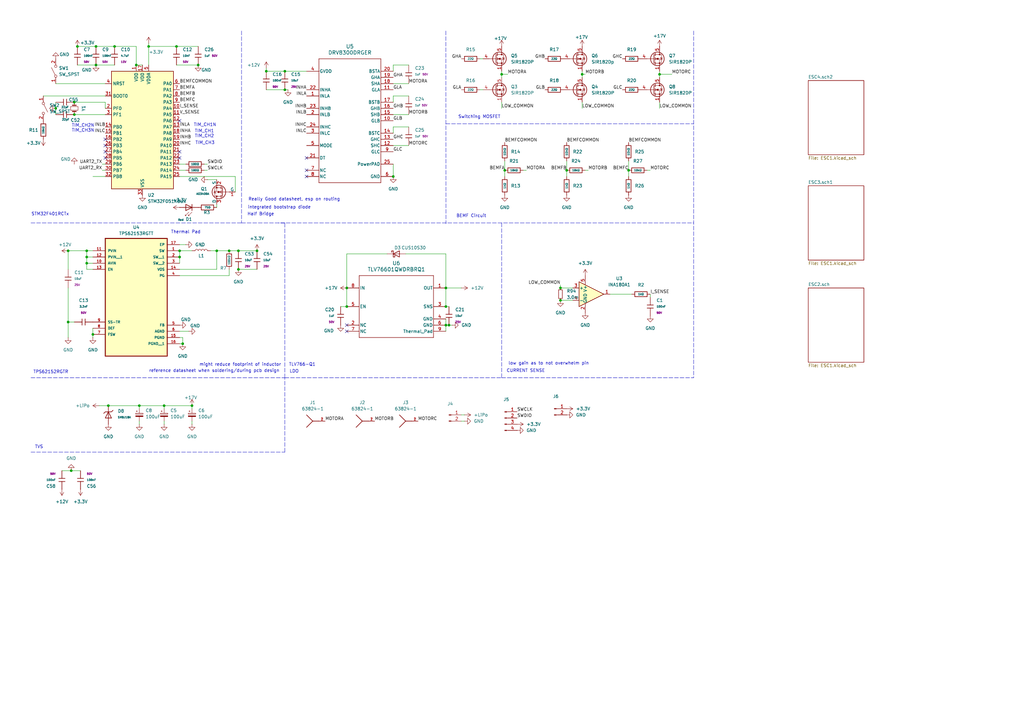
<source format=kicad_sch>
(kicad_sch (version 20250114) (generator "eeschema") (generator_version "9.0")
  (paper "A3")
  (text "Half Bridge" (at 106.934 87.884 0) (effects (font (size 1.27 1.27))))
  (text "TIM_CH3\n\n" (at 84.074 59.69 0) (effects (font (size 1.27 1.27))))
  (text "integrated bootstrap diode\n" (at 114.554 85.09 0) (effects (font (size 1.27 1.27))))
  (text "TIM_CH1N" (at 84.074 51.308 0) (effects (font (size 1.27 1.27))))
  (text "STM32F401RCTx" (at 20.574 87.884 0) (effects (font (size 1.27 1.27))))
  (text "CURRENT SENSE\n" (at 215.646 152.146 0) (effects (font (size 1.27 1.27))))
  (text "BEMF Circuit\n" (at 193.294 88.646 0) (effects (font (size 1.27 1.27))))
  (text "Switching MOSFET" (at 196.596 48.006 0) (effects (font (size 1.27 1.27))))
  (text "TVS\n\n" (at 16.002 184.404 0) (effects (font (size 1.27 1.27))))
  (text "TIM_CH2N\n\n\n" (at 34.036 53.594 0) (effects (font (size 1.27 1.27))))
  (text "Really Good datasheet, esp on routing\n" (at 120.65 81.788 0) (effects (font (size 1.27 1.27))))
  (text "TIM_CH3N\n\n\n" (at 34.036 55.626 0) (effects (font (size 1.27 1.27))))
  (text "might reduce footprint of inductor" (at 98.552 149.606 0) (effects (font (size 1.27 1.27))))
  (text "LDO\n" (at 120.65 152.4 0) (effects (font (size 1.27 1.27))))
  (text "TLV766-Q1\n\n" (at 123.952 150.622 0) (effects (font (size 1.27 1.27))))
  (text "reference datasheet when soldering/during pcb design\n" (at 87.884 152.146 0) (effects (font (size 1.27 1.27))))
  (text "low gain as to not overwhelm pin\n" (at 225.044 149.098 0) (effects (font (size 1.27 1.27))))
  (text "Thermal Pad\n" (at 76.2 95.25 0) (effects (font (size 1.27 1.27))))
  (text "TIM_CH2\n\n" (at 83.82 56.896 0) (effects (font (size 1.27 1.27))))
  (text "TIM_CH1\n" (at 83.82 53.848 0) (effects (font (size 1.27 1.27))))
  (text "TPS62152RGTR" (at 20.828 152.654 0) (effects (font (size 1.27 1.27))))
  (junction (at 73.66 102.87))
  (junction (at 93.98 102.87))
  (junction (at 116.84 36.83))
  (junction (at 55.88 26.67))
  (junction (at 161.29 72.39))
  (junction (at 81.28 26.67))
  (junction (at 67.31 166.37))
  (junction (at 35.56 105.41))
  (junction (at 97.79 102.87))
  (junction (at 182.88 125.73))
  (junction (at 229.87 123.19))
  (junction (at 182.88 133.35))
  (junction (at 39.37 26.67))
  (junction (at 232.41 69.85))
  (junction (at 109.22 29.21))
  (junction (at 30.48 46.99))
  (junction (at 57.15 166.37))
  (junction (at 270.51 30.48))
  (junction (at 30.48 41.91))
  (junction (at 142.24 125.73))
  (junction (at 97.79 110.49))
  (junction (at 116.84 29.21))
  (junction (at 142.24 118.11))
  (junction (at 72.39 19.05))
  (junction (at 60.96 19.05))
  (junction (at 39.37 19.05))
  (junction (at 88.9 102.87))
  (junction (at 35.56 102.87))
  (junction (at 31.75 19.05))
  (junction (at 73.66 105.41))
  (junction (at 44.45 166.37))
  (junction (at 207.01 69.85))
  (junction (at 27.94 132.08))
  (junction (at 35.56 107.95))
  (junction (at 27.94 102.87))
  (junction (at 46.99 19.05))
  (junction (at 29.21 193.04))
  (junction (at 38.1 137.16))
  (junction (at 78.74 166.37))
  (junction (at 238.76 30.48))
  (junction (at 257.81 69.85))
  (junction (at 229.87 118.11))
  (junction (at 205.74 30.48))
  (junction (at 105.41 102.87))
  (junction (at 182.88 118.11))
  (junction (at 184.15 133.35))
  (junction (at 22.86 44.45))
  (junction (at 74.93 140.97))
  (no_connect (at 73.66 62.23))
  (no_connect (at 43.18 64.77))
  (no_connect (at 142.24 133.35))
  (no_connect (at 43.18 62.23))
  (no_connect (at 43.18 59.69))
  (no_connect (at 73.66 49.53))
  (no_connect (at 125.73 64.77))
  (no_connect (at 43.18 57.15))
  (no_connect (at 125.73 69.85))
  (no_connect (at 142.24 135.89))
  (no_connect (at 73.66 64.77))
  (no_connect (at 125.73 72.39))
  (wire (pts (xy 257.81 66.04) (xy 257.81 69.85)))
  (wire (pts (xy 116.84 29.21) (xy 125.73 29.21)))
  (wire (pts (xy 78.74 167.64) (xy 78.74 166.37)))
  (wire (pts (xy 270.51 30.48) (xy 270.51 31.75)))
  (wire (pts (xy 76.2 69.85) (xy 73.66 69.85)))
  (wire (pts (xy 161.29 29.21) (xy 161.29 26.67)))
  (wire (pts (xy 44.45 166.37) (xy 57.15 166.37)))
  (wire (pts (xy 57.15 166.37) (xy 67.31 166.37)))
  (wire (pts (xy 55.88 26.67) (xy 58.42 26.67)))
  (wire (pts (xy 38.1 138.43) (xy 38.1 137.16)))
  (wire (pts (xy 182.88 125.73) (xy 184.15 125.73)))
  (wire (pts (xy 78.74 173.99) (xy 78.74 172.72)))
  (wire (pts (xy 38.1 110.49) (xy 35.56 110.49)))
  (wire (pts (xy 232.41 66.04) (xy 232.41 69.85)))
  (polyline (pts (xy 116.84 154.94) (xy 205.74 154.94)) (stroke (width 0) (type dash)))
  (wire (pts (xy 27.94 132.08) (xy 27.94 138.43)))
  (wire (pts (xy 275.59 30.48) (xy 270.51 30.48)))
  (wire (pts (xy 86.36 102.87) (xy 88.9 102.87)))
  (wire (pts (xy 29.21 193.04) (xy 25.4 193.04)))
  (wire (pts (xy 229.87 116.84) (xy 229.87 118.11)))
  (wire (pts (xy 73.66 138.43) (xy 74.93 138.43)))
  (wire (pts (xy 97.79 102.87) (xy 93.98 102.87)))
  (wire (pts (xy 83.82 69.85) (xy 85.09 69.85)))
  (wire (pts (xy 27.94 118.11) (xy 27.94 132.08)))
  (wire (pts (xy 182.88 104.14) (xy 182.88 118.11)))
  (wire (pts (xy 207.01 66.04) (xy 207.01 69.85)))
  (wire (pts (xy 31.75 26.67) (xy 39.37 26.67)))
  (polyline (pts (xy 12.7 185.42) (xy 116.84 185.42)) (stroke (width 0) (type dash)))
  (polyline (pts (xy 116.84 154.94) (xy 116.84 91.44)) (stroke (width 0) (type dash)))
  (wire (pts (xy 229.87 123.19) (xy 234.95 123.19)))
  (wire (pts (xy 30.48 132.08) (xy 27.94 132.08)))
  (wire (pts (xy 67.31 167.64) (xy 67.31 166.37)))
  (wire (pts (xy 189.23 118.11) (xy 182.88 118.11)))
  (wire (pts (xy 27.94 102.87) (xy 27.94 110.49)))
  (polyline (pts (xy 12.7 154.94) (xy 116.84 154.94)) (stroke (width 0) (type dash)))
  (wire (pts (xy 96.52 72.39) (xy 73.66 72.39)))
  (wire (pts (xy 74.93 138.43) (xy 74.93 140.97)))
  (wire (pts (xy 161.29 67.31) (xy 161.29 72.39)))
  (wire (pts (xy 55.88 26.67) (xy 55.88 19.05)))
  (polyline (pts (xy 99.06 91.44) (xy 284.48 91.44)) (stroke (width 0) (type dash)))
  (wire (pts (xy 93.98 113.03) (xy 93.98 110.49)))
  (wire (pts (xy 85.09 73.66) (xy 88.9 73.66)))
  (wire (pts (xy 38.1 107.95) (xy 35.56 107.95)))
  (wire (pts (xy 27.94 102.87) (xy 35.56 102.87)))
  (wire (pts (xy 43.18 41.91) (xy 30.48 41.91)))
  (wire (pts (xy 196.85 36.83) (xy 198.12 36.83)))
  (wire (pts (xy 109.22 27.94) (xy 109.22 29.21)))
  (wire (pts (xy 265.43 69.85) (xy 266.7 69.85)))
  (wire (pts (xy 57.15 167.64) (xy 57.15 166.37)))
  (wire (pts (xy 270.51 29.21) (xy 270.51 30.48)))
  (wire (pts (xy 240.03 30.48) (xy 238.76 30.48)))
  (wire (pts (xy 257.81 69.85) (xy 257.81 72.39)))
  (wire (pts (xy 57.15 172.72) (xy 57.15 173.99)))
  (wire (pts (xy 38.1 134.62) (xy 38.1 137.16)))
  (wire (pts (xy 182.88 130.81) (xy 182.88 133.35)))
  (polyline (pts (xy 284.48 12.7) (xy 284.48 154.94)) (stroke (width 0) (type dash)))
  (polyline (pts (xy 12.7 91.44) (xy 99.06 91.44)) (stroke (width 0) (type dash)))
  (wire (pts (xy 67.31 166.37) (xy 78.74 166.37)))
  (wire (pts (xy 22.86 34.29) (xy 43.18 34.29)))
  (wire (pts (xy 205.74 30.48) (xy 205.74 31.75)))
  (wire (pts (xy 205.74 44.45) (xy 205.74 41.91)))
  (wire (pts (xy 39.37 26.67) (xy 46.99 26.67)))
  (wire (pts (xy 76.2 100.33) (xy 73.66 100.33)))
  (wire (pts (xy 88.9 110.49) (xy 88.9 102.87)))
  (wire (pts (xy 83.82 67.31) (xy 85.09 67.31)))
  (wire (pts (xy 30.48 46.99) (xy 43.18 46.99)))
  (wire (pts (xy 161.29 46.99) (xy 167.64 46.99)))
  (wire (pts (xy 17.78 39.37) (xy 43.18 39.37)))
  (wire (pts (xy 207.01 69.85) (xy 207.01 72.39)))
  (wire (pts (xy 35.56 102.87) (xy 38.1 102.87)))
  (wire (pts (xy 43.18 41.91) (xy 43.18 44.45)))
  (wire (pts (xy 214.63 69.85) (xy 215.9 69.85)))
  (wire (pts (xy 60.96 17.78) (xy 60.96 19.05)))
  (wire (pts (xy 182.88 118.11) (xy 182.88 125.73)))
  (polyline (pts (xy 182.88 50.8) (xy 284.48 50.8)) (stroke (width 0) (type dash)))
  (wire (pts (xy 31.75 19.05) (xy 39.37 19.05)))
  (wire (pts (xy 182.88 133.35) (xy 182.88 135.89)))
  (wire (pts (xy 96.52 72.39) (xy 96.52 78.74)))
  (wire (pts (xy 184.15 133.35) (xy 182.88 133.35)))
  (wire (pts (xy 97.79 102.87) (xy 105.41 102.87)))
  (wire (pts (xy 232.41 69.85) (xy 232.41 72.39)))
  (wire (pts (xy 158.75 104.14) (xy 142.24 104.14)))
  (wire (pts (xy 35.56 105.41) (xy 35.56 102.87)))
  (wire (pts (xy 205.74 29.21) (xy 205.74 30.48)))
  (wire (pts (xy 40.64 166.37) (xy 44.45 166.37)))
  (wire (pts (xy 116.84 36.83) (xy 118.11 36.83)))
  (wire (pts (xy 60.96 19.05) (xy 72.39 19.05)))
  (wire (pts (xy 167.64 52.07) (xy 161.29 52.07)))
  (wire (pts (xy 67.31 173.99) (xy 67.31 172.72)))
  (wire (pts (xy 60.96 19.05) (xy 60.96 26.67)))
  (wire (pts (xy 22.86 44.45) (xy 22.86 46.99)))
  (wire (pts (xy 73.66 135.89) (xy 77.47 135.89)))
  (wire (pts (xy 41.91 69.85) (xy 43.18 69.85)))
  (wire (pts (xy 161.29 26.67) (xy 167.64 26.67)))
  (wire (pts (xy 88.9 102.87) (xy 93.98 102.87)))
  (wire (pts (xy 259.08 120.65) (xy 250.19 120.65)))
  (wire (pts (xy 38.1 105.41) (xy 35.56 105.41)))
  (wire (pts (xy 73.66 102.87) (xy 78.74 102.87)))
  (wire (pts (xy 161.29 52.07) (xy 161.29 54.61)))
  (wire (pts (xy 109.22 29.21) (xy 116.84 29.21)))
  (wire (pts (xy 185.42 133.35) (xy 184.15 133.35)))
  (wire (pts (xy 240.03 69.85) (xy 241.3 69.85)))
  (wire (pts (xy 161.29 59.69) (xy 167.64 59.69)))
  (polyline (pts (xy 99.06 12.7) (xy 99.06 91.44)) (stroke (width 0) (type dash)))
  (wire (pts (xy 41.91 67.31) (xy 43.18 67.31)))
  (wire (pts (xy 39.37 19.05) (xy 46.99 19.05)))
  (wire (pts (xy 161.29 34.29) (xy 167.64 34.29)))
  (wire (pts (xy 73.66 105.41) (xy 73.66 102.87)))
  (polyline (pts (xy 182.88 12.7) (xy 182.9185 91.7568)) (stroke (width 0) (type dash)))
  (wire (pts (xy 190.5 170.18) (xy 189.23 170.18)))
  (polyline (pts (xy 116.84 91.44) (xy 114.3 91.44)) (stroke (width 0) (type dash)))
  (wire (pts (xy 73.66 110.49) (xy 88.9 110.49)))
  (wire (pts (xy 208.28 30.48) (xy 205.74 30.48)))
  (wire (pts (xy 88.9 83.82) (xy 88.9 85.09)))
  (wire (pts (xy 266.7 121.92) (xy 266.7 120.65)))
  (wire (pts (xy 81.28 19.05) (xy 72.39 19.05)))
  (wire (pts (xy 97.79 110.49) (xy 105.41 110.49)))
  (wire (pts (xy 190.5 172.72) (xy 189.23 172.72)))
  (polyline (pts (xy 205.74 154.94) (xy 284.48 154.94)) (stroke (width 0) (type dash)))
  (wire (pts (xy 35.56 110.49) (xy 35.56 107.95)))
  (wire (pts (xy 38.1 72.39) (xy 43.18 72.39)))
  (wire (pts (xy 238.76 44.45) (xy 238.76 41.91)))
  (wire (pts (xy 142.24 118.11) (xy 142.24 125.73)))
  (wire (pts (xy 167.64 39.37) (xy 161.29 39.37)))
  (wire (pts (xy 73.66 107.95) (xy 73.66 105.41)))
  (wire (pts (xy 229.87 118.11) (xy 234.95 118.11)))
  (wire (pts (xy 35.56 107.95) (xy 35.56 105.41)))
  (wire (pts (xy 73.66 67.31) (xy 76.2 67.31)))
  (wire (pts (xy 109.22 36.83) (xy 116.84 36.83)))
  (polyline (pts (xy 205.74 91.44) (xy 205.74 154.94)) (stroke (width 0) (type dash)))
  (wire (pts (xy 33.02 193.04) (xy 29.21 193.04)))
  (wire (pts (xy 55.88 19.05) (xy 46.99 19.05)))
  (wire (pts (xy 196.85 24.13) (xy 198.12 24.13)))
  (polyline (pts (xy 116.84 185.42) (xy 116.84 154.94)) (stroke (width 0) (type dash)))
  (wire (pts (xy 142.24 104.14) (xy 142.24 118.11)))
  (wire (pts (xy 270.51 44.45) (xy 270.51 41.91)))
  (wire (pts (xy 93.98 113.03) (xy 73.66 113.03)))
  (wire (pts (xy 238.76 29.21) (xy 238.76 30.48)))
  (wire (pts (xy 166.37 104.14) (xy 182.88 104.14)))
  (wire (pts (xy 22.86 41.91) (xy 22.86 44.45)))
  (wire (pts (xy 139.7 125.73) (xy 142.24 125.73)))
  (wire (pts (xy 238.76 30.48) (xy 238.76 31.75)))
  (wire (pts (xy 161.29 39.37) (xy 161.29 41.91)))
  (wire (pts (xy 72.39 26.67) (xy 81.28 26.67)))
  (wire (pts (xy 73.66 140.97) (xy 74.93 140.97)))
  (label "GHB" (at 223.52 24.13 180))
  (label "BEMFCOMMON" (at 257.81 58.42 0))
  (label "INHB" (at 73.66 57.15 0))
  (label "INLB" (at 125.73 46.99 180))
  (label "GHC" (at 161.29 57.15 0))
  (label "UART2_RX" (at 41.91 69.85 180))
  (label "MOTORB" (at 167.64 46.99 0))
  (label "MOTORC" (at 266.7 69.85 0))
  (label "MOTORB" (at 153.67 172.72 0))
  (label "INLB" (at 43.18 52.07 180))
  (label "BEMFCOMMON" (at 232.41 58.42 0))
  (label "GLC" (at 255.27 36.83 180))
  (label "UART2_TX" (at 41.91 67.31 180))
  (label "GHB" (at 161.29 44.45 0))
  (label "INLC" (at 43.18 54.61 180))
  (label "V_SENSE" (at 73.66 46.99 0))
  (label "INLA" (at 73.66 52.07 0))
  (label "BEMFC" (at 257.81 69.85 180))
  (label "LOW_COMMON" (at 229.87 116.84 180))
  (label "MOTORB" (at 240.03 30.48 0))
  (label "GLC" (at 161.29 62.23 0))
  (label "I_SENSE" (at 73.66 44.45 0))
  (label "MOTORC" (at 171.45 172.72 0))
  (label "INLA" (at 125.73 39.37 180))
  (label "BEMFA" (at 207.01 69.85 180))
  (label "GHC" (at 255.27 24.13 180))
  (label "MOTORC" (at 275.59 30.48 0))
  (label "BEMFB" (at 73.66 39.37 0))
  (label "INHA" (at 125.73 36.83 180))
  (label "SWCLK" (at 212.09 168.91 0))
  (label "LOW_COMMON" (at 238.76 44.45 0))
  (label "BEMFCOMMON" (at 207.01 58.42 0))
  (label "MOTORA" (at 133.35 172.72 0))
  (label "LOW_COMMON" (at 205.74 44.45 0))
  (label "INHB" (at 125.73 44.45 180))
  (label "MOTORA" (at 167.64 34.29 0))
  (label "INHC" (at 73.66 59.69 0))
  (label "INHA" (at 73.66 54.61 0))
  (label "I_SENSE" (at 266.7 120.65 0))
  (label "BEMFCOMMON" (at 73.66 34.29 0))
  (label "LOW_COMMON" (at 270.51 44.45 0))
  (label "INHC" (at 125.73 52.07 180))
  (label "MOTORC" (at 167.64 59.69 0))
  (label "MOTORA" (at 215.9 69.85 0))
  (label "BEMFA" (at 73.66 36.83 0))
  (label "BEMFB" (at 232.41 69.85 180))
  (label "GLA" (at 189.23 36.83 180))
  (label "BEMFC" (at 73.66 41.91 0))
  (label "GHA" (at 189.23 24.13 180))
  (label "GLB" (at 161.29 49.53 0))
  (label "INLC" (at 125.73 54.61 180))
  (label "GHA" (at 161.29 31.75 0))
  (label "MOTORB" (at 241.3 69.85 0))
  (label "SWDIO" (at 212.09 171.45 0))
  (label "SWCLK" (at 85.09 69.85 0))
  (label "SWDIO" (at 85.09 67.31 0))
  (label "GLB" (at 223.52 36.83 180))
  (label "MOTORA" (at 208.28 30.48 0))
  (label "GLA" (at 161.29 36.83 0))
  (symbol (lib_id "PCM_JLCPCB-Resistors:0603,10kΩ") (at 232.41 62.23 0) (unit 1)
    (property "Reference" "R22" (at 234.95 62.2299 0) (effects (justify left)))
    (property "Value" "10kΩ" (at 232.41 62.23 90) (effects (font (size 0.8 0.8))))
    (property "Footprint" "PCM_JLCPCB:R_0402" (effects (hide yes)))
    (property "Description" "100mW Thick Film Resistor ±100ppm/℃ ±1% 10kΩ 0402 Chip Resistor - Surface Mount ROHS" (effects (hide yes)))
    (property "LCSC" "C191123" (effects (hide yes)))
    (property "Stock" "30892410" (effects (hide yes)))
    (property "Price" "0.004USD" (effects (hide yes)))
    (property "Process" "SMT" (effects (hide yes)))
    (property "Minimum Qty" "20" (effects (hide yes)))
    (property "Attrition Qty" "10" (effects (hide yes)))
    (property "Class" "Basic Component" (effects (hide yes)))
    (property "Category" "Resistors,Chip Resistor - Surface Mount" (effects (hide yes)))
    (property "Resistance" "10kΩ" (effects (hide yes)))
    (property "Power(Watts)" "100mW" (effects (hide yes)))
    (property "Type" "Thick Film Resistors" (effects (hide yes)))
    (property "Tolerance" "±1%" (effects (hide yes)))
    (property "Temperature Coefficient" "±100ppm/°C" (effects (hide yes)))
  )
  (symbol (lib_id "PCM_JLCPCB-Diodes:LED,0805,Red") (at 77.47 85.09 90) (unit 1)
    (property "Reference" "D1" (at 77.47 89.916 90))
    (property "Value" "Red" (at 74.168 90.17 90) (effects (font (size 0.8 0.8))))
    (property "Footprint" "PCM_JLCPCB:D_0805" (effects (hide yes)))
    (property "Datasheet" "https://www.lcsc.com/datasheet/lcsc_datasheet_2409272203_Foshan-NationStar-Optoelectronics-NCD0805R1_C84256.pdf" (effects (hide yes)))
    (property "Description" "25mA Colorless transparent lens 67mcd~195mcd -30°C~+85°C 615nm~630nm Individual diode Red 130° 65mW 1.6V~2.6V 0805 LED Indication - Discrete ROHS" (effects (hide yes)))
    (property "LCSC" "C84256" (effects (hide yes)))
    (property "Stock" "2613220" (effects (hide yes)))
    (property "Price" "0.016USD" (effects (hide yes)))
    (property "Process" "SMT" (effects (hide yes)))
    (property "Minimum Qty" "20" (effects (hide yes)))
    (property "Attrition Qty" "10" (effects (hide yes)))
    (property "Class" "Basic Component" (effects (hide yes)))
    (property "Category" "Optoelectronics,Light Emitting Diodes (LED)" (effects (hide yes)))
    (property "Manufacturer" "Foshan NationStar Optoelectronics" (effects (hide yes)))
    (property "Part" "NCD0805R1" (effects (hide yes)))
    (property "Operating Temperature" "-30°C~+85°C" (effects (hide yes)))
    (property "Viewing Angle" "130°" (effects (hide yes)))
    (property "Forward Current" "25mA" (effects (hide yes)))
    (property "Forward Voltage (VF)" "1.6V~2.6V" (effects (hide yes)))
    (property "Luminous Intensity" "67mcd~195mcd" (effects (hide yes)))
    (property "Dominant Wavelength" "615nm~630nm" (effects (hide yes)))
    (property "Power Dissipation" "65mW" (effects (hide yes)))
    (property "Emitted Color" "Red" (effects (hide yes)))
    (property "Diode Configuration" "Independent Diode" (effects (hide yes)))
    (property "Lens Color" "Colorless Transparent Lens" (effects (hide yes)))
  )
  (symbol (lib_id "power:+3.3V") (at 105.41 102.87 0) (unit 1)
    (property "Reference" "#PWR037" (effects (hide yes)))
    (property "Value" "+3.3V" (at 105.41 97.79 0))
    (property "Description" "Power symbol creates a global label with name \"+3.3V\"" (effects (hide yes)))
  )
  (symbol (lib_id "Transistor_FET:BSC13DN30NSFD") (at 236.22 36.83 0) (unit 1)
    (property "Reference" "Q4" (at 242.57 35.5599 0) (effects (justify left)))
    (property "Value" "SIR182DP" (at 242.57 38.0999 0) (effects (justify left)))
    (property "Footprint" "Package_TO_SOT_SMD:TDSON-8-1" (effects (hide yes)))
    (property "Description" "60V 50A 50W 11mΩ@10V,50A 4V@23uA 1 N-Channel TDSON-8-EP(5x6) MOSFETs ROHS" (effects (hide yes)))
    (property "LCSC" " C151507" (effects (hide yes)))
  )
  (symbol (lib_id "power:GND") (at 139.7 133.35 0) (unit 1)
    (property "Reference" "#PWR020" (effects (hide yes)))
    (property "Value" "GND" (at 134.874 135.636 0))
    (property "Description" "Power symbol creates a global label with name \"GND\" , ground" (effects (hide yes)))
  )
  (symbol (lib_id "power:GND") (at 232.41 170.18 90) (unit 1)
    (property "Reference" "#PWR0118" (effects (hide yes)))
    (property "Value" "GND" (at 236.22 170.1799 90) (effects (justify right)))
    (property "Description" "Power symbol creates a global label with name \"GND\" , ground" (effects (hide yes)))
  )
  (symbol (lib_id "power:+3.3V") (at 212.09 173.99 270) (unit 1)
    (property "Reference" "#PWR0105" (effects (hide yes)))
    (property "Value" "+3.3V" (at 215.9 173.9899 90) (effects (justify left)))
    (property "Description" "Power symbol creates a global label with name \"+3.3V\"" (effects (hide yes)))
  )
  (symbol (lib_id "Transistor_FET:BSC13DN30NSFD") (at 267.97 36.83 0) (unit 1)
    (property "Reference" "Q8" (at 274.32 35.5599 0) (effects (justify left)))
    (property "Value" "SIR182DP" (at 274.32 38.0999 0) (effects (justify left)))
    (property "Footprint" "Package_TO_SOT_SMD:TDSON-8-1" (effects (hide yes)))
    (property "Description" "60V 50A 50W 11mΩ@10V,50A 4V@23uA 1 N-Channel TDSON-8-EP(5x6) MOSFETs ROHS" (effects (hide yes)))
    (property "LCSC" " C151507" (effects (hide yes)))
  )
  (symbol (lib_id "Transistor_FET:BSC13DN30NSFD") (at 236.22 24.13 0) (unit 1)
    (property "Reference" "Q6" (at 242.57 22.8599 0) (effects (justify left)))
    (property "Value" "SIR182Dp" (at 242.57 25.3999 0) (effects (justify left)))
    (property "Footprint" "Package_TO_SOT_SMD:TDSON-8-1" (effects (hide yes)))
    (property "Description" "60V 50A 50W 11mΩ@10V,50A 4V@23uA 1 N-Channel TDSON-8-EP(5x6) MOSFETs ROHS" (effects (hide yes)))
    (property "LCSC" " C151507" (effects (hide yes)))
  )
  (symbol (lib_id "Device:R_Small") (at 229.87 120.65 0) (unit 1)
    (property "Reference" "R94" (at 232.41 119.3799 0) (effects (justify left)))
    (property "Value" "3.0m" (at 232.41 121.9199 0) (effects (justify left)))
    (property "Footprint" "Resistor_SMD:R_2512_6332Metric" (effects (hide yes)))
    (property "Description" "Resistor, small symbol" (effects (hide yes)))
    (property "LCSC" "C2994640" (effects (hide yes)))
  )
  (symbol (lib_id "power:+3.3V") (at 270.51 19.05 0) (unit 1)
    (property "Reference" "#PWR042" (effects (hide yes)))
    (property "Value" "+17V" (at 270.51 14.732 0))
    (property "Description" "Power symbol creates a global label with name \"+3.3V\"" (effects (hide yes)))
  )
  (symbol (lib_id "power:GND") (at 74.93 140.97 0) (unit 1)
    (property "Reference" "#PWR036" (effects (hide yes)))
    (property "Value" "GND" (at 74.93 146.05 0))
    (property "Description" "Power symbol creates a global label with name \"GND\" , ground" (effects (hide yes)))
  )
  (symbol (lib_id "PCM_JLCPCB-Transistors:NMOS,AO3400A") (at 91.44 78.74 180) (unit 1)
    (property "Reference" "Q1" (at 85.09 77.4699 0) (effects (justify left)))
    (property "Value" "AO3400A" (at 85.852 79.502 0) (effects (font (size 0.8 0.8)) (justify left)))
    (property "Footprint" "PCM_JLCPCB:Q_SOT-23" (effects (hide yes)))
    (property "Datasheet" "https://www.lcsc.com/datasheet/lcsc_datasheet_1811081213_Alpha---Omega-Semicon-AO3400A_C20917.pdf" (effects (hide yes)))
    (property "Description" "30V 5.7A 26.5mΩ@10V,5.7A 1.4W 1.5V@250uA 1 N-Channel SOT-23-3L MOSFETs ROHS" (effects (hide yes)))
    (property "LCSC" "C20917" (effects (hide yes)))
    (property "Stock" "483849" (effects (hide yes)))
    (property "Price" "0.075USD" (effects (hide yes)))
    (property "Process" "SMT" (effects (hide yes)))
    (property "Minimum Qty" "5" (effects (hide yes)))
    (property "Attrition Qty" "4" (effects (hide yes)))
    (property "Class" "Basic Component" (effects (hide yes)))
    (property "Category" "Transistors,MOSFETs" (effects (hide yes)))
    (property "Manufacturer" "Alpha & Omega Semicon" (effects (hide yes)))
    (property "Part" "AO3400A" (effects (hide yes)))
    (property "Continuous Drain Current (Id)" "5.7A" (effects (hide yes)))
    (property "Input Capacitance (Ciss@Vds)" "630pF@15V" (effects (hide yes)))
    (property "Operating Temperature" "-55°C~+150°C@(Tj)" (effects (hide yes)))
    (property "Type" "1 N-channel" (effects (hide yes)))
    (property "Drain Source Voltage (Vdss)" "30V" (effects (hide yes)))
    (property "Power Dissipation (Pd)" "1.4W" (effects (hide yes)))
    (property "Gate Threshold Voltage (Vgs(th)@Id)" "1.5V@250uA" (effects (hide yes)))
    (property "Drain Source On Resistance (RDS(on)@Vgs,Id)" "26.5mΩ@10V,5.7A" (effects (hide yes)))
    (property "Total Gate Charge (Qg@Vgs)" "7nC@4.5V" (effects (hide yes)))
  )
  (symbol (lib_id "power:GND") (at 67.31 173.99 0) (unit 1)
    (property "Reference" "#PWR0110" (effects (hide yes)))
    (property "Value" "GND" (at 67.31 179.07 0))
    (property "Description" "Power symbol creates a global label with name \"GND\" , ground" (effects (hide yes)))
  )
  (symbol (lib_id "power:+3.3V") (at 31.75 19.05 0) (unit 1)
    (property "Reference" "#PWR09" (effects (hide yes)))
    (property "Value" "+3.3V" (at 35.814 17.526 0))
    (property "Description" "Power symbol creates a global label with name \"+3.3V\"" (effects (hide yes)))
  )
  (symbol (lib_id "power:GND") (at 22.86 24.13 180) (unit 1)
    (property "Reference" "#PWR022" (effects (hide yes)))
    (property "Value" "GND" (at 26.416 22.352 0))
    (property "Description" "Power symbol creates a global label with name \"GND\" , ground" (effects (hide yes)))
  )
  (symbol (lib_name "0402,100nF,(2)_3") (lib_id "PCM_JLCPCB-Capacitors:0402,100nF,(2)") (at 33.02 196.85 0) (mirror x) (unit 1)
    (property "Reference" "C56" (at 35.56 199.3901 0) (effects (justify left)))
    (property "Value" "100nF" (at 35.56 196.85 0) (effects (font (size 0.8 0.8)) (justify left)))
    (property "Footprint" "PCM_JLCPCB:C_0402" (effects (hide yes)))
    (property "Datasheet" "https://www.lcsc.com/datasheet/lcsc_datasheet_2304140030_Samsung-Electro-Mechanics-CL05B104KB54PNC_C307331.pdf" (effects (hide yes)))
    (property "Description" "50V 100nF X7R ±10% 0402 Multilayer Ceramic Capacitors MLCC - SMD/SMT ROHS" (effects (hide yes)))
    (property "LCSC" "C307331" (effects (hide yes)))
    (property "Stock" "8389599" (effects (hide yes)))
    (property "Price" "0.008USD" (effects (hide yes)))
    (property "Process" "SMT" (effects (hide yes)))
    (property "Minimum Qty" "20" (effects (hide yes)))
    (property "Attrition Qty" "10" (effects (hide yes)))
    (property "Class" "Basic Component" (effects (hide yes)))
    (property "Category" "Capacitors,Multilayer Ceramic Capacitors MLCC - SMD/SMT" (effects (hide yes)))
    (property "Manufacturer" "Samsung Electro-Mechanics" (effects (hide yes)))
    (property "Part" "CL05B104KB54PNC" (effects (hide yes)))
    (property "Voltage Rated" "50V" (at 35.56 194.31 0) (effects (font (size 0.8 0.8)) (justify left)))
    (property "Tolerance" "±10%" (effects (hide yes)))
    (property "Capacitance" "100nF" (effects (hide yes)))
    (property "Temperature Coefficient" "X7R" (effects (hide yes)))
  )
  (symbol (lib_name "0402,100nF,(2)_2") (lib_id "PCM_JLCPCB-Capacitors:0402,100nF,(2)") (at 109.22 33.02 0) (unit 1)
    (property "Reference" "C16" (at 111.76 30.4799 0) (effects (justify left)))
    (property "Value" "100nF" (at 111.76 33.02 0) (effects (font (size 0.8 0.8)) (justify left)))
    (property "Footprint" "PCM_JLCPCB:C_0402" (effects (hide yes)))
    (property "Datasheet" "https://www.lcsc.com/datasheet/lcsc_datasheet_2304140030_Samsung-Electro-Mechanics-CL05B104KB54PNC_C307331.pdf" (effects (hide yes)))
    (property "Description" "50V 100nF X7R ±10% 0402 Multilayer Ceramic Capacitors MLCC - SMD/SMT ROHS" (effects (hide yes)))
    (property "LCSC" "C307331" (effects (hide yes)))
    (property "Stock" "6934327" (effects (hide yes)))
    (property "Price" "0.008USD" (effects (hide yes)))
    (property "Process" "SMT" (effects (hide yes)))
    (property "Minimum Qty" "20" (effects (hide yes)))
    (property "Attrition Qty" "10" (effects (hide yes)))
    (property "Class" "Basic Component" (effects (hide yes)))
    (property "Category" "Capacitors,Multilayer Ceramic Capacitors MLCC - SMD/SMT" (effects (hide yes)))
    (property "Manufacturer" "Samsung Electro-Mechanics" (effects (hide yes)))
    (property "Part" "CL05B104KB54PNC" (effects (hide yes)))
    (property "Voltage Rated" "50V" (at 111.76 35.56 0) (effects (font (size 0.8 0.8)) (justify left)))
    (property "Tolerance" "±10%" (effects (hide yes)))
    (property "Capacitance" "100nF" (effects (hide yes)))
    (property "Temperature Coefficient" "X7R" (effects (hide yes)))
  )
  (symbol (lib_id "power:+3.3V") (at 60.96 17.78 0) (unit 1)
    (property "Reference" "#PWR015" (effects (hide yes)))
    (property "Value" "+3.3V" (at 64.008 21.336 0))
    (property "Description" "Power symbol creates a global label with name \"+3.3V\"" (effects (hide yes)))
  )
  (symbol (lib_id "power:+3.3V") (at 142.24 118.11 90) (unit 1)
    (property "Reference" "#PWR038" (effects (hide yes)))
    (property "Value" "+17V" (at 138.43 118.1099 90) (effects (justify left)))
    (property "Description" "Power symbol creates a global label with name \"+3.3V\"" (effects (hide yes)))
  )
  (symbol (lib_id "Connector:Conn_01x04_Pin") (at 207.01 171.45 0) (unit 1)
    (property "Reference" "J5" (at 207.645 163.83 0))
    (property "Value" "Conn_01x04_Pin" (effects (hide yes)))
    (property "Footprint" "Connector_PinHeader_1.00mm:PinHeader_1x04_P1.00mm_Vertical" (effects (hide yes)))
    (property "Description" "Generic connector, single row, 01x04, script generated" (effects (hide yes)))
  )
  (symbol (lib_id "PCM_JLCPCB-Resistors:0402,100kΩ") (at 93.98 106.68 180) (unit 1)
    (property "Reference" "R7" (at 92.964 109.982 0) (effects (justify left)))
    (property "Value" "100kΩ" (at 93.98 106.68 90) (effects (font (size 0.8 0.8))))
    (property "Footprint" "PCM_JLCPCB:R_0402" (effects (hide yes)))
    (property "Description" "62.5mW Thick Film Resistors 50V ±100ppm/°C ±1% 100kΩ 0402 Chip Resistor - Surface Mount ROHS" (effects (hide yes)))
    (property "LCSC" "C25741" (effects (hide yes)))
    (property "Stock" "4131148" (effects (hide yes)))
    (property "Price" "0.004USD" (effects (hide yes)))
    (property "Process" "SMT" (effects (hide yes)))
    (property "Minimum Qty" "20" (effects (hide yes)))
    (property "Attrition Qty" "10" (effects (hide yes)))
    (property "Class" "Basic Component" (effects (hide yes)))
    (property "Category" "Resistors,Chip Resistor - Surface Mount" (effects (hide yes)))
    (property "Part" "0402WGF1003TCE" (effects (hide yes)))
    (property "Resistance" "100kΩ" (effects (hide yes)))
    (property "Power(Watts)" "62.5mW" (effects (hide yes)))
    (property "Type" "Thick Film Resistors" (effects (hide yes)))
    (property "Tolerance" "±1%" (effects (hide yes)))
    (property "Temperature Coefficient" "±100ppm/°C" (effects (hide yes)))
  )
  (symbol (lib_id "power:+3.3V") (at 73.66 85.09 90) (unit 1)
    (property "Reference" "#PWR023" (effects (hide yes)))
    (property "Value" "+3.3V" (at 73.66 82.042 90))
    (property "Description" "Power symbol creates a global label with name \"+3.3V\"" (effects (hide yes)))
  )
  (symbol (lib_id "power:GND") (at 29.21 193.04 180) (unit 1)
    (property "Reference" "#PWR0119" (effects (hide yes)))
    (property "Value" "GND" (at 29.21 187.96 0))
    (property "Description" "Power symbol creates a global label with name \"GND\" , ground" (effects (hide yes)))
  )
  (symbol (lib_id "PCM_JLCPCB-Resistors:0603,1kΩ") (at 262.89 120.65 90) (unit 1)
    (property "Reference" "R2" (at 262.89 116.84 90))
    (property "Value" "1kΩ" (at 262.89 120.65 90) (effects (font (size 0.8 0.8))))
    (property "Footprint" "PCM_JLCPCB:R_0402" (effects (hide yes)))
    (property "Description" "100mW Thick Film Resistor 50V ±100ppm/℃ ±5% 1kΩ 0402 Chip Resistor - Surface Mount ROHS" (effects (hide yes)))
    (property "LCSC" "C2759467" (effects (hide yes)))
    (property "Stock" "23435537" (effects (hide yes)))
    (property "Price" "0.004USD" (effects (hide yes)))
    (property "Process" "SMT" (effects (hide yes)))
    (property "Minimum Qty" "20" (effects (hide yes)))
    (property "Attrition Qty" "10" (effects (hide yes)))
    (property "Class" "Basic Component" (effects (hide yes)))
    (property "Category" "Resistors,Chip Resistor - Surface Mount" (effects (hide yes)))
    (property "Part" "HP02WAJ0102TCE" (effects (hide yes)))
    (property "Resistance" "1kΩ" (effects (hide yes)))
    (property "Power(Watts)" "100mW" (effects (hide yes)))
    (property "Type" "Thick Film Resistors" (effects (hide yes)))
    (property "Tolerance" "±1%" (effects (hide yes)))
    (property "Temperature Coefficient" "±100ppm/°C" (effects (hide yes)))
  )
  (symbol (lib_id "2025-07-10_00-49-41:DRV8300DRGER") (at 125.73 29.21 0) (unit 1)
    (property "Reference" "U5" (at 143.51 19.05 0) (effects (font (size 1.524 1.524))))
    (property "Value" "DRV8300DRGER" (at 143.51 21.59 0) (effects (font (size 1.524 1.524))))
    (property "Footprint" "DRV:RGE0024B-IPC_A" (effects (hide yes)))
    (property "Datasheet" "https://www.ti.com/lit/gpn/drv8300" (effects (hide yes)))
  )
  (symbol (lib_id "power:GND") (at 97.79 110.49 0) (unit 1)
    (property "Reference" "#PWR021" (effects (hide yes)))
    (property "Value" "GND" (at 97.79 115.57 0))
    (property "Description" "Power symbol creates a global label with name \"GND\" , ground" (effects (hide yes)))
  )
  (symbol (lib_id "power:GND") (at 44.45 173.99 0) (unit 1)
    (property "Reference" "#PWR0114" (effects (hide yes)))
    (property "Value" "GND" (at 44.45 179.07 0))
    (property "Description" "Power symbol creates a global label with name \"GND\" , ground" (effects (hide yes)))
  )
  (symbol (lib_name "0402,100nF,(2)_3") (lib_id "PCM_JLCPCB-Capacitors:0402,100nF,(2)") (at 25.4 196.85 180) (unit 1)
    (property "Reference" "C58" (at 22.86 199.3901 0) (effects (justify left)))
    (property "Value" "100nF" (at 22.86 196.85 0) (effects (font (size 0.8 0.8)) (justify left)))
    (property "Footprint" "PCM_JLCPCB:C_0402" (effects (hide yes)))
    (property "Datasheet" "https://www.lcsc.com/datasheet/lcsc_datasheet_2304140030_Samsung-Electro-Mechanics-CL05B104KB54PNC_C307331.pdf" (effects (hide yes)))
    (property "Description" "50V 100nF X7R ±10% 0402 Multilayer Ceramic Capacitors MLCC - SMD/SMT ROHS" (effects (hide yes)))
    (property "LCSC" "C307331" (effects (hide yes)))
    (property "Stock" "8389599" (effects (hide yes)))
    (property "Price" "0.008USD" (effects (hide yes)))
    (property "Process" "SMT" (effects (hide yes)))
    (property "Minimum Qty" "20" (effects (hide yes)))
    (property "Attrition Qty" "10" (effects (hide yes)))
    (property "Class" "Basic Component" (effects (hide yes)))
    (property "Category" "Capacitors,Multilayer Ceramic Capacitors MLCC - SMD/SMT" (effects (hide yes)))
    (property "Manufacturer" "Samsung Electro-Mechanics" (effects (hide yes)))
    (property "Part" "CL05B104KB54PNC" (effects (hide yes)))
    (property "Voltage Rated" "50V" (at 22.86 194.31 0) (effects (font (size 0.8 0.8)) (justify left)))
    (property "Tolerance" "±10%" (effects (hide yes)))
    (property "Capacitance" "100nF" (effects (hide yes)))
    (property "Temperature Coefficient" "X7R" (effects (hide yes)))
  )
  (symbol (lib_id "63824-1:63824-1") (at 148.59 172.72 0) (unit 1)
    (property "Reference" "J2" (at 148.59 165.1 0))
    (property "Value" "63824-1" (at 148.59 167.64 0))
    (property "Footprint" "footprints:TRM2_63824-1_TEC" (effects (hide yes)))
    (property "CONNECTOR" "THT MALE CONNECTOR" (effects (hide yes)))
    (property "TE_PART_NUMBER" "63824-1" (effects (hide yes)))
    (property "ORIENTATION" "Straight" (effects (hide yes)))
    (property "GENDER" "Male" (effects (hide yes)))
    (property "CONFIGURATION" "Single Row" (effects (hide yes)))
    (property "PART_DESCRIPTION" "Connector,5.08mm,Straight" (effects (hide yes)))
    (property "PUBLISHER" "TE Connectivity" (effects (hide yes)))
    (property "FINISH" "Tin" (effects (hide yes)))
    (property "PACKAGE" "THT" (effects (hide yes)))
    (property "SERIES" "FASTON  | 250" (effects (hide yes)))
    (property "DESIGNATOR" "63824-1" (effects (hide yes)))
    (property "ROHS_COMPLIANT" "Yes" (effects (hide yes)))
    (property "STANDARD" "Manufacturer recommendations" (effects (hide yes)))
    (property "PARTREV" "R" (effects (hide yes)))
    (property "LATEST_REVISION_DATE" "25 June,2013" (effects (hide yes)))
    (property "PUBLISHED" "20 Feb,2001" (effects (hide yes)))
    (property "NO_OF_POSITION" "2" (effects (hide yes)))
    (property "MANUFACTURER_LINK" "http://www.te.com/commerce/DocumentDelivery/DDEController?Action=showdoc&DocId=Customer+Drawing%7F63824%7FR%7Fpdf%7FEnglish%7FENG_CD_63824_R_baseFilename.pdf%7F63824-1" (effects (hide yes)))
    (property "MANUFACTURER" "TE Connectivity" (effects (hide yes)))
    (property "LATEST_REVISION_NOTE" "Revised per ECR-13-001204" (effects (hide yes)))
    (property "PITCH" "5.08mm" (effects (hide yes)))
    (property "TYPE" "TAB" (effects (hide yes)))
  )
  (symbol (lib_id "Device:D_Schottky") (at 162.56 104.14 0) (unit 1)
    (property "Reference" "D3" (at 163.068 101.6 0))
    (property "Value" "CUS10S30" (at 169.672 101.6 0))
    (property "Description" "Schottky diode" (effects (hide yes)))
    (property "LCSC" "C146335" (effects (hide yes)))
  )
  (symbol (lib_id "PCM_JLCPCB-Resistors:0402,100Ω") (at 80.01 69.85 90) (unit 1)
    (property "Reference" "R5" (effects (hide yes)))
    (property "Value" "100Ω" (at 80.01 69.85 90) (effects (font (size 0.8 0.8))))
    (property "Footprint" "PCM_JLCPCB:R_0402" (effects (hide yes)))
    (property "Datasheet" "https://www.lcsc.com/datasheet/lcsc_datasheet_2205311900_UNI-ROYAL-Uniroyal-Elec-0402WGF1000TCE_C25076.pdf" (effects (hide yes)))
    (property "Description" "62.5mW Thick Film Resistors 50V ±1% ±200ppm/°C 100Ω 0402 Chip Resistor - Surface Mount ROHS" (effects (hide yes)))
    (property "LCSC" "C25076" (effects (hide yes)))
    (property "Stock" "5907585" (effects (hide yes)))
    (property "Price" "0.004USD" (effects (hide yes)))
    (property "Process" "SMT" (effects (hide yes)))
    (property "Minimum Qty" "20" (effects (hide yes)))
    (property "Attrition Qty" "10" (effects (hide yes)))
    (property "Class" "Basic Component" (effects (hide yes)))
    (property "Category" "Resistors,Chip Resistor - Surface Mount" (effects (hide yes)))
    (property "Manufacturer" "UNI-ROYAL(Uniroyal Elec)" (effects (hide yes)))
    (property "Part" "0402WGF1000TCE" (effects (hide yes)))
    (property "Resistance" "100Ω" (effects (hide yes)))
    (property "Power(Watts)" "62.5mW" (effects (hide yes)))
    (property "Type" "Thick Film Resistors" (effects (hide yes)))
    (property "Overload Voltage (Max)" "50V" (effects (hide yes)))
    (property "Operating Temperature Range" "-55°C~+155°C" (effects (hide yes)))
    (property "Tolerance" "±1%" (effects (hide yes)))
    (property "Temperature Coefficient" "±200ppm/°C" (effects (hide yes)))
  )
  (symbol (lib_id "PCM_JLCPCB-Resistors:0603,10kΩ") (at 257.81 62.23 0) (unit 1)
    (property "Reference" "R25" (at 260.35 62.2299 0) (effects (justify left)))
    (property "Value" "10kΩ" (at 257.81 62.23 90) (effects (font (size 0.8 0.8))))
    (property "Footprint" "PCM_JLCPCB:R_0402" (effects (hide yes)))
    (property "Description" "100mW Thick Film Resistor ±100ppm/℃ ±1% 10kΩ 0402 Chip Resistor - Surface Mount ROHS" (effects (hide yes)))
    (property "LCSC" "C191123" (effects (hide yes)))
    (property "Stock" "30892410" (effects (hide yes)))
    (property "Price" "0.004USD" (effects (hide yes)))
    (property "Process" "SMT" (effects (hide yes)))
    (property "Minimum Qty" "20" (effects (hide yes)))
    (property "Attrition Qty" "10" (effects (hide yes)))
    (property "Class" "Basic Component" (effects (hide yes)))
    (property "Category" "Resistors,Chip Resistor - Surface Mount" (effects (hide yes)))
    (property "Resistance" "10kΩ" (effects (hide yes)))
    (property "Power(Watts)" "100mW" (effects (hide yes)))
    (property "Type" "Thick Film Resistors" (effects (hide yes)))
    (property "Tolerance" "±1%" (effects (hide yes)))
    (property "Temperature Coefficient" "±100ppm/°C" (effects (hide yes)))
  )
  (symbol (lib_id "power:+BATT") (at 190.5 170.18 270) (unit 1)
    (property "Reference" "#PWR0112" (effects (hide yes)))
    (property "Value" "+LiPo" (at 194.31 170.1799 90) (effects (justify left)))
    (property "Description" "Power symbol creates a global label with name \"+BATT\"" (effects (hide yes)))
  )
  (symbol (lib_id "PCM_JLCPCB-Resistors:0402,100Ω") (at 80.01 67.31 90) (unit 1)
    (property "Reference" "R1" (effects (hide yes)))
    (property "Value" "100Ω" (at 80.01 67.31 90) (effects (font (size 0.8 0.8))))
    (property "Footprint" "PCM_JLCPCB:R_0402" (effects (hide yes)))
    (property "Datasheet" "https://www.lcsc.com/datasheet/lcsc_datasheet_2205311900_UNI-ROYAL-Uniroyal-Elec-0402WGF1000TCE_C25076.pdf" (effects (hide yes)))
    (property "Description" "62.5mW Thick Film Resistors 50V ±1% ±200ppm/°C 100Ω 0402 Chip Resistor - Surface Mount ROHS" (effects (hide yes)))
    (property "LCSC" "C25076" (effects (hide yes)))
    (property "Stock" "5907585" (effects (hide yes)))
    (property "Price" "0.004USD" (effects (hide yes)))
    (property "Process" "SMT" (effects (hide yes)))
    (property "Minimum Qty" "20" (effects (hide yes)))
    (property "Attrition Qty" "10" (effects (hide yes)))
    (property "Class" "Basic Component" (effects (hide yes)))
    (property "Category" "Resistors,Chip Resistor - Surface Mount" (effects (hide yes)))
    (property "Manufacturer" "UNI-ROYAL(Uniroyal Elec)" (effects (hide yes)))
    (property "Part" "0402WGF1000TCE" (effects (hide yes)))
    (property "Resistance" "100Ω" (effects (hide yes)))
    (property "Power(Watts)" "62.5mW" (effects (hide yes)))
    (property "Type" "Thick Film Resistors" (effects (hide yes)))
    (property "Overload Voltage (Max)" "50V" (effects (hide yes)))
    (property "Operating Temperature Range" "-55°C~+155°C" (effects (hide yes)))
    (property "Tolerance" "±1%" (effects (hide yes)))
    (property "Temperature Coefficient" "±200ppm/°C" (effects (hide yes)))
  )
  (symbol (lib_id "power:+3.3V") (at 232.41 167.64 270) (unit 1)
    (property "Reference" "#PWR0107" (effects (hide yes)))
    (property "Value" "+3.3V" (at 236.22 167.6399 90) (effects (justify left)))
    (property "Description" "Power symbol creates a global label with name \"+3.3V\"" (effects (hide yes)))
  )
  (symbol (lib_id "PCM_JLCPCB-Resistors:0402,22Ω") (at 227.33 24.13 90) (unit 1)
    (property "Reference" "R17" (at 227.33 20.32 90))
    (property "Value" "22Ω" (at 227.33 24.13 90) (effects (font (size 0.8 0.8))))
    (property "Footprint" "PCM_JLCPCB:R_0402" (effects (hide yes)))
    (property "Description" "100mW Thick Film Resistor ±5% ±200ppm/℃ 22Ω 0402 Chip Resistor - Surface Mount ROHS" (effects (hide yes)))
    (property "LCSC" "C400511" (effects (hide yes)))
    (property "Stock" "3325167" (effects (hide yes)))
    (property "Price" "0.004USD" (effects (hide yes)))
    (property "Process" "SMT" (effects (hide yes)))
    (property "Minimum Qty" "20" (effects (hide yes)))
    (property "Attrition Qty" "10" (effects (hide yes)))
    (property "Class" "Basic Component" (effects (hide yes)))
    (property "Category" "Resistors,Chip Resistor - Surface Mount" (effects (hide yes)))
    (property "Resistance" "22Ω" (effects (hide yes)))
    (property "Power(Watts)" "100mW" (effects (hide yes)))
    (property "Type" "Thick Film Resistors" (effects (hide yes)))
    (property "Tolerance" "±1%" (effects (hide yes)))
    (property "Temperature Coefficient" "±100ppm/°C" (effects (hide yes)))
  )
  (symbol (lib_id "power:GND") (at 190.5 172.72 90) (unit 1)
    (property "Reference" "#PWR0115" (effects (hide yes)))
    (property "Value" "GND" (at 194.31 172.7199 90) (effects (justify right)))
    (property "Description" "Power symbol creates a global label with name \"GND\" , ground" (effects (hide yes)))
  )
  (symbol (lib_id "PCM_JLCPCB-Resistors:0603,1kΩ") (at 257.81 76.2 0) (unit 1)
    (property "Reference" "R26" (at 260.35 76.1999 0) (effects (justify left)))
    (property "Value" "1kΩ" (at 257.81 76.2 90) (effects (font (size 0.8 0.8))))
    (property "Footprint" "PCM_JLCPCB:R_0402" (effects (hide yes)))
    (property "Description" "100mW Thick Film Resistor 50V ±100ppm/℃ ±5% 1kΩ 0402 Chip Resistor - Surface Mount ROHS" (effects (hide yes)))
    (property "LCSC" "C2759467" (effects (hide yes)))
    (property "Stock" "23435537" (effects (hide yes)))
    (property "Price" "0.004USD" (effects (hide yes)))
    (property "Process" "SMT" (effects (hide yes)))
    (property "Minimum Qty" "20" (effects (hide yes)))
    (property "Attrition Qty" "10" (effects (hide yes)))
    (property "Class" "Basic Component" (effects (hide yes)))
    (property "Category" "Resistors,Chip Resistor - Surface Mount" (effects (hide yes)))
    (property "Part" "HP02WAJ0102TCE" (effects (hide yes)))
    (property "Resistance" "1kΩ" (effects (hide yes)))
    (property "Power(Watts)" "100mW" (effects (hide yes)))
    (property "Type" "Thick Film Resistors" (effects (hide yes)))
    (property "Tolerance" "±1%" (effects (hide yes)))
    (property "Temperature Coefficient" "±100ppm/°C" (effects (hide yes)))
  )
  (symbol (lib_id "PCM_JLCPCB-Resistors:0603,75Ω") (at 85.09 85.09 270) (unit 1)
    (property "Reference" "R3" (at 84.836 87.122 90))
    (property "Value" "75Ω" (at 85.09 85.09 90) (effects (font (size 0.8 0.8))))
    (property "Footprint" "PCM_JLCPCB:R_0402" (effects (hide yes)))
    (property "Description" "62.5mW Thick Film Resistor 50V ±100ppm/℃ ±1% 75Ω 0402 Chip Resistor - Surface Mount ROHS" (effects (hide yes)))
    (property "LCSC" "C4275" (effects (hide yes)))
    (property "Stock" "689143" (effects (hide yes)))
    (property "Price" "0.004USD" (effects (hide yes)))
    (property "Process" "SMT" (effects (hide yes)))
    (property "Minimum Qty" "20" (effects (hide yes)))
    (property "Attrition Qty" "10" (effects (hide yes)))
    (property "Class" "Basic Component" (effects (hide yes)))
    (property "Category" "Resistors,Chip Resistor - Surface Mount" (effects (hide yes)))
    (property "Part" "0402WGF750JTCE" (effects (hide yes)))
    (property "Resistance" "75Ω" (effects (hide yes)))
    (property "Power(Watts)" "62.5mW" (effects (hide yes)))
    (property "Type" "Thick Film Resistors" (effects (hide yes)))
    (property "Tolerance" "±1%" (effects (hide yes)))
    (property "Temperature Coefficient" "±200ppm/°C" (effects (hide yes)))
  )
  (symbol (lib_id "power:+3.3V") (at 238.76 19.05 0) (unit 1)
    (property "Reference" "#PWR041" (effects (hide yes)))
    (property "Value" "+17V" (at 238.506 15.24 0))
    (property "Description" "Power symbol creates a global label with name \"+3.3V\"" (effects (hide yes)))
  )
  (symbol (lib_id "power:GND") (at 161.29 72.39 0) (unit 1)
    (property "Reference" "#PWR017" (effects (hide yes)))
    (property "Value" "GND" (at 161.29 77.47 0))
    (property "Description" "Power symbol creates a global label with name \"GND\" , ground" (effects (hide yes)))
  )
  (symbol (lib_id "Transistor_FET:BSC13DN30NSFD") (at 267.97 24.13 0) (unit 1)
    (property "Reference" "Q7" (at 274.32 22.8599 0) (effects (justify left)))
    (property "Value" "SIR182DP" (at 274.32 25.3999 0) (effects (justify left)))
    (property "Footprint" "Package_TO_SOT_SMD:TDSON-8-1" (effects (hide yes)))
    (property "Description" "60V 50A 50W 11mΩ@10V,50A 4V@23uA 1 N-Channel TDSON-8-EP(5x6) MOSFETs ROHS" (effects (hide yes)))
    (property "LCSC" " C151507" (effects (hide yes)))
  )
  (symbol (lib_id "power:GND") (at 118.11 36.83 0) (unit 1)
    (property "Reference" "#PWR018" (effects (hide yes)))
    (property "Value" "GND" (at 118.11 41.91 0))
    (property "Description" "Power symbol creates a global label with name \"GND\" , ground" (effects (hide yes)))
  )
  (symbol (lib_id "TLV765501:TLV76601QWDRBRQ1") (at 142.24 118.11 0) (unit 1)
    (property "Reference" "U6" (at 162.56 107.95 0) (effects (font (size 1.524 1.524))))
    (property "Value" "TLV76601QWDRBRQ1" (at 162.56 110.49 0) (effects (font (size 1.524 1.524))))
    (property "Footprint" "TLV:DRB0008J-IPC_A" (effects (hide yes)))
    (property "Datasheet" "https://www.ti.com/lit/gpn/tlv766-q1" (effects (hide yes)))
  )
  (symbol (lib_id "PCM_JLCPCB-Resistors:0603,10kΩ") (at 261.62 69.85 90) (unit 1)
    (property "Reference" "R27" (at 261.62 66.04 90))
    (property "Value" "10kΩ" (at 261.62 69.85 90) (effects (font (size 0.8 0.8))))
    (property "Footprint" "PCM_JLCPCB:R_0402" (effects (hide yes)))
    (property "Description" "100mW Thick Film Resistor ±100ppm/℃ ±1% 10kΩ 0402 Chip Resistor - Surface Mount ROHS" (effects (hide yes)))
    (property "LCSC" "C191123" (effects (hide yes)))
    (property "Stock" "30892410" (effects (hide yes)))
    (property "Price" "0.004USD" (effects (hide yes)))
    (property "Process" "SMT" (effects (hide yes)))
    (property "Minimum Qty" "20" (effects (hide yes)))
    (property "Attrition Qty" "10" (effects (hide yes)))
    (property "Class" "Basic Component" (effects (hide yes)))
    (property "Category" "Resistors,Chip Resistor - Surface Mount" (effects (hide yes)))
    (property "Resistance" "10kΩ" (effects (hide yes)))
    (property "Power(Watts)" "100mW" (effects (hide yes)))
    (property "Type" "Thick Film Resistors" (effects (hide yes)))
    (property "Tolerance" "±1%" (effects (hide yes)))
    (property "Temperature Coefficient" "±100ppm/°C" (effects (hide yes)))
  )
  (symbol (lib_id "PCM_JLCPCB-Resistors:0603,1kΩ") (at 207.01 76.2 0) (unit 1)
    (property "Reference" "R13" (at 209.55 76.1999 0) (effects (justify left)))
    (property "Value" "1kΩ" (at 207.01 76.2 90) (effects (font (size 0.8 0.8))))
    (property "Footprint" "PCM_JLCPCB:R_0402" (effects (hide yes)))
    (property "Description" "100mW Thick Film Resistor 50V ±100ppm/℃ ±5% 1kΩ 0402 Chip Resistor - Surface Mount ROHS" (effects (hide yes)))
    (property "LCSC" "C2759467" (effects (hide yes)))
    (property "Stock" "23435537" (effects (hide yes)))
    (property "Price" "0.004USD" (effects (hide yes)))
    (property "Process" "SMT" (effects (hide yes)))
    (property "Minimum Qty" "20" (effects (hide yes)))
    (property "Attrition Qty" "10" (effects (hide yes)))
    (property "Class" "Basic Component" (effects (hide yes)))
    (property "Category" "Resistors,Chip Resistor - Surface Mount" (effects (hide yes)))
    (property "Part" "HP02WAJ0102TCE" (effects (hide yes)))
    (property "Resistance" "1kΩ" (effects (hide yes)))
    (property "Power(Watts)" "100mW" (effects (hide yes)))
    (property "Type" "Thick Film Resistors" (effects (hide yes)))
    (property "Tolerance" "±1%" (effects (hide yes)))
    (property "Temperature Coefficient" "±100ppm/°C" (effects (hide yes)))
  )
  (symbol (lib_id "power:+12V") (at 25.4 200.66 180) (unit 1)
    (property "Reference" "#PWR0120" (effects (hide yes)))
    (property "Value" "+12V" (at 25.4 205.74 0))
    (property "Description" "Power symbol creates a global label with name \"+12V\"" (effects (hide yes)))
  )
  (symbol (lib_id "Amplifier_Current:INA180A1") (at 242.57 120.65 0) (unit 1)
    (property "Reference" "U3" (at 254 114.2298 0))
    (property "Value" "INA180A1" (at 254 116.7698 0))
    (property "Footprint" "Package_TO_SOT_SMD:SOT-23-5" (effects (hide yes)))
    (property "Datasheet" "http://www.ti.com/lit/ds/symlink/ina180.pdf" (effects (hide yes)))
    (property "Description" "Current Sense Amplifier, 1 Circuit, Rail-to-Rail, 26V, Gain 20 V/V, SOT-23-5" (effects (hide yes)))
  )
  (symbol (lib_id "Transistor_FET:BSC13DN30NSFD") (at 203.2 24.13 0) (unit 1)
    (property "Reference" "Q5" (at 209.55 22.8599 0) (effects (justify left)))
    (property "Value" "SIR182DP" (at 209.55 25.3999 0) (effects (justify left)))
    (property "Footprint" "Package_TO_SOT_SMD:TDSON-8-1" (effects (hide yes)))
    (property "Description" "60V 50A 50W 11mΩ@10V,50A 4V@23uA 1 N-Channel TDSON-8-EP(5x6) MOSFETs ROHS" (effects (hide yes)))
    (property "LCSC" " C151507" (effects (hide yes)))
  )
  (symbol (lib_id "PCM_JLCPCB-Resistors:0402,22Ω") (at 193.04 24.13 90) (unit 1)
    (property "Reference" "R15" (at 193.04 20.32 90))
    (property "Value" "22Ω" (at 193.04 24.13 90) (effects (font (size 0.8 0.8))))
    (property "Footprint" "PCM_JLCPCB:R_0402" (effects (hide yes)))
    (property "Description" "100mW Thick Film Resistor ±5% ±200ppm/℃ 22Ω 0402 Chip Resistor - Surface Mount ROHS" (effects (hide yes)))
    (property "LCSC" "C400511" (effects (hide yes)))
    (property "Stock" "3325167" (effects (hide yes)))
    (property "Price" "0.004USD" (effects (hide yes)))
    (property "Process" "SMT" (effects (hide yes)))
    (property "Minimum Qty" "20" (effects (hide yes)))
    (property "Attrition Qty" "10" (effects (hide yes)))
    (property "Class" "Basic Component" (effects (hide yes)))
    (property "Category" "Resistors,Chip Resistor - Surface Mount" (effects (hide yes)))
    (property "Resistance" "22Ω" (effects (hide yes)))
    (property "Power(Watts)" "100mW" (effects (hide yes)))
    (property "Type" "Thick Film Resistors" (effects (hide yes)))
    (property "Tolerance" "±1%" (effects (hide yes)))
    (property "Temperature Coefficient" "±100ppm/°C" (effects (hide yes)))
  )
  (symbol (lib_id "TPS62152RGTR:TPS62152RGTR") (at 55.88 118.11 0) (unit 1)
    (property "Reference" "U4" (at 55.88 93.218 0))
    (property "Value" "TPS62153RGTT" (at 55.88 95.758 0))
    (property "Footprint" "Package_DFN_QFN:TQFN-16-1EP_3x3mm_P0.5mm_EP1.6x1.6mm" (effects (hide yes)))
    (property "LCSC" "C140300" (effects (hide yes)))
  )
  (symbol (lib_name "0603,1uF_2") (lib_id "PCM_JLCPCB-Capacitors:0603,1uF") (at 167.64 43.18 0) (unit 1)
    (property "Reference" "C24" (at 170.18 40.6399 0) (effects (justify left)))
    (property "Value" "1uF" (at 170.18 43.18 0) (effects (font (size 0.8 0.8)) (justify left)))
    (property "Footprint" "PCM_JLCPCB:C_0603" (effects (hide yes)))
    (property "Description" "50V 1uF X7R ±10% 0603 Multilayer Ceramic Capacitors MLCC - SMD/SMT ROHS" (effects (hide yes)))
    (property "LCSC" "C6119857" (effects (hide yes)))
    (property "Stock" "11587280" (effects (hide yes)))
    (property "Price" "0.008USD" (effects (hide yes)))
    (property "Process" "SMT" (effects (hide yes)))
    (property "Minimum Qty" "20" (effects (hide yes)))
    (property "Attrition Qty" "10" (effects (hide yes)))
    (property "Class" "Basic Component" (effects (hide yes)))
    (property "Category" "Capacitors,Multilayer Ceramic Capacitors MLCC - SMD/SMT" (effects (hide yes)))
    (property "Voltage Rated" "50V" (at 172.974 43.18 0) (effects (font (size 0.8 0.8)) (justify left)))
    (property "Tolerance" "±10%" (effects (hide yes)))
    (property "Capacitance" "1uF" (effects (hide yes)))
    (property "Temperature Coefficient" "X5R" (effects (hide yes)))
  )
  (symbol (lib_id "power:GND") (at 212.09 176.53 90) (unit 1)
    (property "Reference" "#PWR0113" (effects (hide yes)))
    (property "Value" "GND" (at 215.9 176.5299 90) (effects (justify right)))
    (property "Description" "Power symbol creates a global label with name \"GND\" , ground" (effects (hide yes)))
  )
  (symbol (lib_id "Device:C_Polarized_Small") (at 78.74 170.18 0) (unit 1)
    (property "Reference" "C6" (at 81.28 168.3638 0) (effects (justify left)))
    (property "Value" "100uF" (at 81.28 170.9038 0) (effects (justify left)))
    (property "Footprint" "Capacitor_SMD:CP_Elec_8x10" (effects (hide yes)))
    (property "Description" "Polarized capacitor, small symbol" (effects (hide yes)))
    (property "LCSC" "C445063" (effects (hide yes)))
  )
  (symbol (lib_id "PCM_JLCPCB-Capacitors:0402,3.3nF") (at 34.29 132.08 90) (unit 1)
    (property "Reference" "C13" (at 34.29 123.19 90))
    (property "Value" "3.3nF" (at 34.29 125.73 90) (effects (font (size 0.8 0.8))))
    (property "Footprint" "PCM_JLCPCB:C_0402" (effects (hide yes)))
    (property "Datasheet" "https://www.lcsc.com/datasheet/lcsc_datasheet_2304140030_Samsung-Electro-Mechanics-CL05B332KB5NNNC_C26404.pdf" (effects (hide yes)))
    (property "Description" "50V 3.3nF X7R ±10% 0402 Multilayer Ceramic Capacitors MLCC - SMD/SMT ROHS" (effects (hide yes)))
    (property "LCSC" "C26404" (effects (hide yes)))
    (property "Stock" "46184" (effects (hide yes)))
    (property "Price" "0.008USD" (effects (hide yes)))
    (property "Process" "SMT" (effects (hide yes)))
    (property "Minimum Qty" "20" (effects (hide yes)))
    (property "Attrition Qty" "10" (effects (hide yes)))
    (property "Class" "Preferred Component" (effects (hide yes)))
    (property "Category" "Capacitors,Multilayer Ceramic Capacitors MLCC - SMD/SMT" (effects (hide yes)))
    (property "Manufacturer" "Samsung Electro-Mechanics" (effects (hide yes)))
    (property "Part" "CL05B332KB5NNNC" (effects (hide yes)))
    (property "Voltage Rated" "50V" (at 34.29 128.27 90) (effects (font (size 0.8 0.8))))
    (property "Tolerance" "±10%" (effects (hide yes)))
    (property "Capacitance" "3.3nF" (effects (hide yes)))
    (property "Temperature Coefficient" "X7R" (effects (hide yes)))
  )
  (symbol (lib_id "power:GND") (at 78.74 173.99 0) (unit 1)
    (property "Reference" "#PWR0111" (effects (hide yes)))
    (property "Value" "GND" (at 78.74 179.07 0))
    (property "Description" "Power symbol creates a global label with name \"GND\" , ground" (effects (hide yes)))
  )
  (symbol (lib_id "power:+BATT") (at 40.64 166.37 90) (unit 1)
    (property "Reference" "#PWR0104" (effects (hide yes)))
    (property "Value" "+LiPo" (at 36.83 166.3699 90) (effects (justify left)))
    (property "Description" "Power symbol creates a global label with name \"+BATT\"" (effects (hide yes)))
  )
  (symbol (lib_id "PCM_JLCPCB-Capacitors:0402,22pF") (at 26.67 46.99 270) (unit 1)
    (property "Reference" "C52" (at 28.956 49.276 90) (effects (justify left)))
    (property "Value" "22pF" (at 25.4 49.022 90) (effects (font (size 0.8 0.8)) (justify left)))
    (property "Footprint" "PCM_JLCPCB:C_0402" (effects (hide yes)))
    (property "Datasheet" "https://www.lcsc.com/datasheet/lcsc_datasheet_2304140030_FH--Guangdong-Fenghua-Advanced-Tech-0402CG220J500NT_C1555.pdf" (effects (hide yes)))
    (property "Description" "50V 22pF C0G ±5% 0402 Multilayer Ceramic Capacitors MLCC - SMD/SMT ROHS" (effects (hide yes)))
    (property "LCSC" "C1555" (effects (hide yes)))
    (property "Stock" "2333179" (effects (hide yes)))
    (property "Price" "0.004USD" (effects (hide yes)))
    (property "Process" "SMT" (effects (hide yes)))
    (property "Minimum Qty" "20" (effects (hide yes)))
    (property "Attrition Qty" "10" (effects (hide yes)))
    (property "Class" "Basic Component" (effects (hide yes)))
    (property "Category" "Capacitors,Multilayer Ceramic Capacitors MLCC - SMD/SMT" (effects (hide yes)))
    (property "Manufacturer" "FH(Guangdong Fenghua Advanced Tech)" (effects (hide yes)))
    (property "Part" "0402CG220J500NT" (effects (hide yes)))
    (property "Voltage Rated" "50V" (effects (hide yes)))
    (property "Tolerance" "±5%" (effects (hide yes)))
    (property "Capacitance" "22pF" (effects (hide yes)))
    (property "Temperature Coefficient" "C0G" (effects (hide yes)))
  )
  (symbol (lib_id "power:GND") (at 22.86 44.45 270) (unit 1)
    (property "Reference" "#PWR0116" (effects (hide yes)))
    (property "Value" "GND" (effects (hide yes)))
    (property "Description" "Power symbol creates a global label with name \"GND\" , ground" (effects (hide yes)))
  )
  (symbol (lib_id "power:+3.3V") (at 33.02 200.66 180) (unit 1)
    (property "Reference" "#PWR0122" (effects (hide yes)))
    (property "Value" "+3.3V" (at 33.02 205.74 0))
    (property "Description" "Power symbol creates a global label with name \"+3.3V\"" (effects (hide yes)))
  )
  (symbol (lib_id "PCM_JLCPCB-Diodes:TVS-Uni,SMBJ18A") (at 44.45 170.18 180) (unit 1)
    (property "Reference" "D8" (at 48.26 168.5924 0) (effects (justify right)))
    (property "Value" "SMBJ18A" (at 48.26 171.1325 0) (effects (font (size 0.8 0.8)) (justify right)))
    (property "Footprint" "PCM_JLCPCB:D_SMB" (effects (hide yes)))
    (property "Description" "51.4A 29.2V 1.5kW 20V Unidirectional 18V SMB ESD and Surge Protection (TVS/ESD) ROHS" (effects (hide yes)))
    (property "LCSC" "C3035859" (effects (hide yes)))
    (property "Stock" "55031" (effects (hide yes)))
    (property "Price" "0.045USD" (effects (hide yes)))
    (property "Process" "SMT" (effects (hide yes)))
    (property "Minimum Qty" "5" (effects (hide yes)))
    (property "Attrition Qty" "2" (effects (hide yes)))
    (property "Class" "Preferred Component" (effects (hide yes)))
    (property "Category" "TVS/Fuse/Board Level Protection,Electrostatic And Surge Protection (TVS/ESD)" (effects (hide yes)))
    (property "Manufacturer" "hongjiacheng" (effects (hide yes)))
    (property "Part" "SMBJ18A" (effects (hide yes)))
  )
  (symbol (lib_id "Device:L") (at 82.55 102.87 90) (unit 1)
    (property "Reference" "L1" (at 82.55 104.902 90))
    (property "Value" "L" (at 82.55 100.33 90))
    (property "Footprint" "Inductor_SMD:L_1008_2520Metric" (effects (hide yes)))
    (property "Description" "Inductor" (effects (hide yes)))
    (property "LCSC" "C86092" (effects (hide yes)))
  )
  (symbol (lib_id "power:GND") (at 257.81 80.01 0) (unit 1)
    (property "Reference" "#PWR031" (effects (hide yes)))
    (property "Value" "GND" (at 257.81 85.09 0))
    (property "Description" "Power symbol creates a global label with name \"GND\" , ground" (effects (hide yes)))
  )
  (symbol (lib_id "power:GND") (at 58.42 80.01 0) (unit 1)
    (property "Reference" "#PWR012" (effects (hide yes)))
    (property "Value" "GND" (at 58.42 85.09 0))
    (property "Description" "Power symbol creates a global label with name \"GND\" , ground" (effects (hide yes)))
  )
  (symbol (lib_name "0603,10uF,(2)_1") (lib_id "PCM_JLCPCB-Capacitors:0603,10uF,(2)") (at 116.84 33.02 180) (unit 1)
    (property "Reference" "C15" (at 119.38 30.4799 0) (effects (justify right)))
    (property "Value" "10uF" (at 119.38 33.02 0) (effects (font (size 0.8 0.8)) (justify right)))
    (property "Footprint" "PCM_JLCPCB:C_0603" (effects (hide yes)))
    (property "Datasheet" "https://www.lcsc.com/datasheet/lcsc_datasheet_2304140030_Samsung-Electro-Mechanics-CL10A106MA8NRNC_C96446.pdf" (effects (hide yes)))
    (property "Description" "25V 10uF X5R ±20% 0603 Multilayer Ceramic Capacitors MLCC - SMD/SMT ROHS" (effects (hide yes)))
    (property "LCSC" "C96446" (effects (hide yes)))
    (property "Stock" "4218853" (effects (hide yes)))
    (property "Price" "0.021USD" (effects (hide yes)))
    (property "Process" "SMT" (effects (hide yes)))
    (property "Minimum Qty" "20" (effects (hide yes)))
    (property "Attrition Qty" "8" (effects (hide yes)))
    (property "Class" "Basic Component" (effects (hide yes)))
    (property "Category" "Capacitors,Multilayer Ceramic Capacitors MLCC - SMD/SMT" (effects (hide yes)))
    (property "Manufacturer" "Samsung Electro-Mechanics" (effects (hide yes)))
    (property "Part" "CL10A106MA8NRNC" (effects (hide yes)))
    (property "Voltage Rated" "25V" (at 119.38 35.56 0) (effects (font (size 0.8 0.8)) (justify right)))
    (property "Tolerance" "±20%" (effects (hide yes)))
    (property "Capacitance" "10uF" (effects (hide yes)))
    (property "Temperature Coefficient" "X5R" (effects (hide yes)))
  )
  (symbol (lib_id "power:GND") (at 73.66 133.35 90) (unit 1)
    (property "Reference" "#PWR0108" (effects (hide yes)))
    (property "Value" "GND" (at 74.168 131.064 90) (effects (justify right)))
    (property "Description" "Power symbol creates a global label with name \"GND\" , ground" (effects (hide yes)))
  )
  (symbol (lib_id "63824-1:63824-1") (at 128.27 172.72 0) (unit 1)
    (property "Reference" "J1" (at 128.27 165.1 0))
    (property "Value" "63824-1" (at 128.27 167.64 0))
    (property "Footprint" "footprints:TRM2_63824-1_TEC" (effects (hide yes)))
    (property "CONNECTOR" "THT MALE CONNECTOR" (effects (hide yes)))
    (property "TE_PART_NUMBER" "63824-1" (effects (hide yes)))
    (property "ORIENTATION" "Straight" (effects (hide yes)))
    (property "GENDER" "Male" (effects (hide yes)))
    (property "CONFIGURATION" "Single Row" (effects (hide yes)))
    (property "PART_DESCRIPTION" "Connector,5.08mm,Straight" (effects (hide yes)))
    (property "PUBLISHER" "TE Connectivity" (effects (hide yes)))
    (property "FINISH" "Tin" (effects (hide yes)))
    (property "PACKAGE" "THT" (effects (hide yes)))
    (property "SERIES" "FASTON  | 250" (effects (hide yes)))
    (property "DESIGNATOR" "63824-1" (effects (hide yes)))
    (property "ROHS_COMPLIANT" "Yes" (effects (hide yes)))
    (property "STANDARD" "Manufacturer recommendations" (effects (hide yes)))
    (property "PARTREV" "R" (effects (hide yes)))
    (property "LATEST_REVISION_DATE" "25 June,2013" (effects (hide yes)))
    (property "PUBLISHED" "20 Feb,2001" (effects (hide yes)))
    (property "NO_OF_POSITION" "2" (effects (hide yes)))
    (property "MANUFACTURER_LINK" "http://www.te.com/commerce/DocumentDelivery/DDEController?Action=showdoc&DocId=Customer+Drawing%7F63824%7FR%7Fpdf%7FEnglish%7FENG_CD_63824_R_baseFilename.pdf%7F63824-1" (effects (hide yes)))
    (property "MANUFACTURER" "TE Connectivity" (effects (hide yes)))
    (property "LATEST_REVISION_NOTE" "Revised per ECR-13-001204" (effects (hide yes)))
    (property "PITCH" "5.08mm" (effects (hide yes)))
    (property "TYPE" "TAB" (effects (hide yes)))
  )
  (symbol (lib_id "PCM_JLCPCB-Resistors:0603,10kΩ") (at 210.82 69.85 90) (unit 1)
    (property "Reference" "R21" (at 210.82 66.04 90))
    (property "Value" "10kΩ" (at 210.82 69.85 90) (effects (font (size 0.8 0.8))))
    (property "Footprint" "PCM_JLCPCB:R_0402" (effects (hide yes)))
    (property "Description" "100mW Thick Film Resistor ±100ppm/℃ ±1% 10kΩ 0402 Chip Resistor - Surface Mount ROHS" (effects (hide yes)))
    (property "LCSC" "C191123" (effects (hide yes)))
    (property "Stock" "30892410" (effects (hide yes)))
    (property "Price" "0.004USD" (effects (hide yes)))
    (property "Process" "SMT" (effects (hide yes)))
    (property "Minimum Qty" "20" (effects (hide yes)))
    (property "Attrition Qty" "10" (effects (hide yes)))
    (property "Class" "Basic Component" (effects (hide yes)))
    (property "Category" "Resistors,Chip Resistor - Surface Mount" (effects (hide yes)))
    (property "Resistance" "10kΩ" (effects (hide yes)))
    (property "Power(Watts)" "100mW" (effects (hide yes)))
    (property "Type" "Thick Film Resistors" (effects (hide yes)))
    (property "Tolerance" "±1%" (effects (hide yes)))
    (property "Temperature Coefficient" "±100ppm/°C" (effects (hide yes)))
  )
  (symbol (lib_id "power:+3.3V") (at 189.23 118.11 270) (unit 1)
    (property "Reference" "#PWR039" (effects (hide yes)))
    (property "Value" "+12V" (at 193.04 118.1099 90) (effects (justify left)))
    (property "Description" "Power symbol creates a global label with name \"+3.3V\"" (effects (hide yes)))
  )
  (symbol (lib_id "power:+3.3V") (at 78.74 166.37 0) (unit 1)
    (property "Reference" "#PWR0106" (effects (hide yes)))
    (property "Value" "+17V" (at 78.232 163.068 0))
    (property "Description" "Power symbol creates a global label with name \"+3.3V\"" (effects (hide yes)))
  )
  (symbol (lib_name "0603,1uF_2") (lib_id "PCM_JLCPCB-Capacitors:0603,1uF") (at 81.28 22.86 0) (unit 1)
    (property "Reference" "C26" (at 83.82 20.3199 0) (effects (justify left)))
    (property "Value" "1uF" (at 83.82 22.86 0) (effects (font (size 0.8 0.8)) (justify left)))
    (property "Footprint" "PCM_JLCPCB:C_0603" (effects (hide yes)))
    (property "Description" "50V 1uF X7R ±10% 0603 Multilayer Ceramic Capacitors MLCC - SMD/SMT ROHS" (effects (hide yes)))
    (property "LCSC" "C6119857" (effects (hide yes)))
    (property "Stock" "11587280" (effects (hide yes)))
    (property "Price" "0.008USD" (effects (hide yes)))
    (property "Process" "SMT" (effects (hide yes)))
    (property "Minimum Qty" "20" (effects (hide yes)))
    (property "Attrition Qty" "10" (effects (hide yes)))
    (property "Class" "Basic Component" (effects (hide yes)))
    (property "Category" "Capacitors,Multilayer Ceramic Capacitors MLCC - SMD/SMT" (effects (hide yes)))
    (property "Voltage Rated" "50V" (at 86.868 22.86 0) (effects (font (size 0.8 0.8)) (justify left)))
    (property "Tolerance" "±10%" (effects (hide yes)))
    (property "Capacitance" "1uF" (effects (hide yes)))
    (property "Temperature Coefficient" "X5R" (effects (hide yes)))
  )
  (symbol (lib_id "power:GND") (at 77.47 135.89 90) (unit 1)
    (property "Reference" "#PWR0117" (effects (hide yes)))
    (property "Value" "GND" (at 77.978 133.604 90) (effects (justify right)))
    (property "Description" "Power symbol creates a global label with name \"GND\" , ground" (effects (hide yes)))
  )
  (symbol (lib_id "Device:C_Polarized_Small") (at 57.15 170.18 0) (unit 1)
    (property "Reference" "C8" (at 59.69 168.3638 0) (effects (justify left)))
    (property "Value" "100uF" (at 59.69 170.9038 0) (effects (justify left)))
    (property "Footprint" "Capacitor_SMD:CP_Elec_8x10" (effects (hide yes)))
    (property "Description" "Polarized capacitor, small symbol" (effects (hide yes)))
    (property "LCSC" "C445063" (effects (hide yes)))
  )
  (symbol (lib_id "PCM_JLCPCB-Capacitors:0603,10uF,(2)") (at 27.94 114.3 0) (unit 1)
    (property "Reference" "C11" (at 30.48 111.7599 0) (effects (justify left)))
    (property "Value" "10uF" (at 30.48 114.3 0) (effects (font (size 0.8 0.8)) (justify left)))
    (property "Footprint" "PCM_JLCPCB:C_0603" (effects (hide yes)))
    (property "Datasheet" "https://www.lcsc.com/datasheet/lcsc_datasheet_2304140030_Samsung-Electro-Mechanics-CL10A106MA8NRNC_C96446.pdf" (effects (hide yes)))
    (property "Description" "25V 10uF X5R ±20% 0603 Multilayer Ceramic Capacitors MLCC - SMD/SMT ROHS" (effects (hide yes)))
    (property "LCSC" "C96446" (effects (hide yes)))
    (property "Stock" "2946545" (effects (hide yes)))
    (property "Price" "0.017USD" (effects (hide yes)))
    (property "Process" "SMT" (effects (hide yes)))
    (property "Minimum Qty" "20" (effects (hide yes)))
    (property "Attrition Qty" "8" (effects (hide yes)))
    (property "Class" "Basic Component" (effects (hide yes)))
    (property "Category" "Capacitors,Multilayer Ceramic Capacitors MLCC - SMD/SMT" (effects (hide yes)))
    (property "Manufacturer" "Samsung Electro-Mechanics" (effects (hide yes)))
    (property "Part" "CL10A106MA8NRNC" (effects (hide yes)))
    (property "Voltage Rated" "25V" (at 30.48 116.84 0) (effects (font (size 0.8 0.8)) (justify left)))
    (property "Tolerance" "±20%" (effects (hide yes)))
    (property "Capacitance" "10uF" (effects (hide yes)))
    (property "Temperature Coefficient" "X5R" (effects (hide yes)))
  )
  (symbol (lib_id "power:GND") (at 232.41 80.01 0) (unit 1)
    (property "Reference" "#PWR030" (effects (hide yes)))
    (property "Value" "GND" (at 232.41 85.09 0))
    (property "Description" "Power symbol creates a global label with name \"GND\" , ground" (effects (hide yes)))
  )
  (symbol (lib_id "PCM_JLCPCB-Capacitors:0402,10nF") (at 72.39 22.86 0) (unit 1)
    (property "Reference" "C12" (at 74.93 20.3199 0) (effects (justify left)))
    (property "Value" "10nF" (at 74.93 22.86 0) (effects (font (size 0.8 0.8)) (justify left)))
    (property "Footprint" "PCM_JLCPCB:C_0402" (effects (hide yes)))
    (property "Datasheet" "https://www.lcsc.com/datasheet/lcsc_datasheet_2304140030_Samsung-Electro-Mechanics-CL05B103KB5NNNC_C15195.pdf" (effects (hide yes)))
    (property "Description" "50V 10nF X7R ±10% 0402 Multilayer Ceramic Capacitors MLCC - SMD/SMT ROHS" (effects (hide yes)))
    (property "LCSC" "C15195" (effects (hide yes)))
    (property "Stock" "6402406" (effects (hide yes)))
    (property "Price" "0.005USD" (effects (hide yes)))
    (property "Process" "SMT" (effects (hide yes)))
    (property "Minimum Qty" "20" (effects (hide yes)))
    (property "Attrition Qty" "10" (effects (hide yes)))
    (property "Class" "Basic Component" (effects (hide yes)))
    (property "Category" "Capacitors,Multilayer Ceramic Capacitors MLCC - SMD/SMT" (effects (hide yes)))
    (property "Manufacturer" "Samsung Electro-Mechanics" (effects (hide yes)))
    (property "Part" "CL05B103KB5NNNC" (effects (hide yes)))
    (property "Voltage Rated" "50V" (at 74.93 25.4 0) (effects (font (size 0.8 0.8)) (justify left)))
    (property "Tolerance" "±10%" (effects (hide yes)))
    (property "Capacitance" "10nF" (effects (hide yes)))
    (property "Temperature Coefficient" "X7R" (effects (hide yes)))
  )
  (symbol (lib_id "power:GND") (at 185.42 133.35 90) (unit 1)
    (property "Reference" "#PWR019" (effects (hide yes)))
    (property "Value" "GND" (at 189.23 133.3499 90) (effects (justify right)))
    (property "Description" "Power symbol creates a global label with name \"GND\" , ground" (effects (hide yes)))
  )
  (symbol (lib_id "power:GND") (at 85.09 73.66 270) (unit 1)
    (property "Reference" "#PWR014" (effects (hide yes)))
    (property "Value" "GND" (at 81.28 73.6599 90) (effects (justify right)))
    (property "Description" "Power symbol creates a global label with name \"GND\" , ground" (effects (hide yes)))
  )
  (symbol (lib_id "PCM_JLCPCB-Capacitors:0402,22pF") (at 26.67 41.91 270) (mirror x) (unit 1)
    (property "Reference" "C55" (at 28.194 40.894 90) (effects (justify left)))
    (property "Value" "22pF" (at 25.146 43.942 90) (effects (font (size 0.8 0.8)) (justify left)))
    (property "Footprint" "PCM_JLCPCB:C_0402" (effects (hide yes)))
    (property "Datasheet" "https://www.lcsc.com/datasheet/lcsc_datasheet_2304140030_FH--Guangdong-Fenghua-Advanced-Tech-0402CG220J500NT_C1555.pdf" (effects (hide yes)))
    (property "Description" "50V 22pF C0G ±5% 0402 Multilayer Ceramic Capacitors MLCC - SMD/SMT ROHS" (effects (hide yes)))
    (property "LCSC" "C1555" (effects (hide yes)))
    (property "Stock" "2333179" (effects (hide yes)))
    (property "Price" "0.004USD" (effects (hide yes)))
    (property "Process" "SMT" (effects (hide yes)))
    (property "Minimum Qty" "20" (effects (hide yes)))
    (property "Attrition Qty" "10" (effects (hide yes)))
    (property "Class" "Basic Component" (effects (hide yes)))
    (property "Category" "Capacitors,Multilayer Ceramic Capacitors MLCC - SMD/SMT" (effects (hide yes)))
    (property "Manufacturer" "FH(Guangdong Fenghua Advanced Tech)" (effects (hide yes)))
    (property "Part" "0402CG220J500NT" (effects (hide yes)))
    (property "Voltage Rated" "50V" (effects (hide yes)))
    (property "Tolerance" "±5%" (effects (hide yes)))
    (property "Capacitance" "22pF" (effects (hide yes)))
    (property "Temperature Coefficient" "C0G" (effects (hide yes)))
  )
  (symbol (lib_name "0603,1uF_2") (lib_id "PCM_JLCPCB-Capacitors:0603,1uF") (at 167.64 30.48 0) (unit 1)
    (property "Reference" "C23" (at 170.18 27.9399 0) (effects (justify left)))
    (property "Value" "1uF" (at 170.18 30.48 0) (effects (font (size 0.8 0.8)) (justify left)))
    (property "Footprint" "PCM_JLCPCB:C_0603" (effects (hide yes)))
    (property "Description" "50V 1uF X7R ±10% 0603 Multilayer Ceramic Capacitors MLCC - SMD/SMT ROHS" (effects (hide yes)))
    (property "LCSC" "C6119857" (effects (hide yes)))
    (property "Stock" "11587280" (effects (hide yes)))
    (property "Price" "0.008USD" (effects (hide yes)))
    (property "Process" "SMT" (effects (hide yes)))
    (property "Minimum Qty" "20" (effects (hide yes)))
    (property "Attrition Qty" "10" (effects (hide yes)))
    (property "Class" "Basic Component" (effects (hide yes)))
    (property "Category" "Capacitors,Multilayer Ceramic Capacitors MLCC - SMD/SMT" (effects (hide yes)))
    (property "Voltage Rated" "50V" (at 173.228 30.48 0) (effects (font (size 0.8 0.8)) (justify left)))
    (property "Tolerance" "±10%" (effects (hide yes)))
    (property "Capacitance" "1uF" (effects (hide yes)))
    (property "Temperature Coefficient" "X5R" (effects (hide yes)))
  )
  (symbol (lib_id "power:+3.3V") (at 205.74 19.05 0) (unit 1)
    (property "Reference" "#PWR040" (effects (hide yes)))
    (property "Value" "+17V" (at 205.232 15.748 0))
    (property "Description" "Power symbol creates a global label with name \"+3.3V\"" (effects (hide yes)))
  )
  (symbol (lib_id "power:GND") (at 30.48 67.31 180) (unit 1)
    (property "Reference" "#PWR04" (effects (hide yes)))
    (property "Value" "GND" (at 26.924 65.278 0))
    (property "Description" "Power symbol creates a global label with name \"GND\" , ground" (effects (hide yes)))
  )
  (symbol (lib_id "MCU_ST_STM32F0:STM32F051K8Ux") (at 58.42 54.61 0) (unit 1)
    (property "Reference" "U2" (at 60.5633 80.01 0) (effects (justify left)))
    (property "Value" "STM32F051K8Ux" (at 60.5633 82.55 0) (effects (justify left)))
    (property "Footprint" "Package_DFN_QFN:QFN-32-1EP_5x5mm_P0.5mm_EP3.45x3.45mm" (effects (hide yes)))
    (property "Datasheet" "https://www.st.com/resource/en/datasheet/stm32f051k8.pdf" (effects (hide yes)))
    (property "Description" "STMicroelectronics Arm Cortex-M0 MCU, 64KB flash, 8KB RAM, 48 MHz, 2.0-3.6V, 27 GPIO, UFQFPN32" (effects (hide yes)))
  )
  (symbol (lib_id "PCM_JLCPCB-Resistors:0402,10kΩ") (at 17.78 53.34 0) (mirror x) (unit 1)
    (property "Reference" "R11" (at 15.748 53.34 0) (effects (justify right)))
    (property "Value" "10kΩ" (at 17.78 53.34 90) (effects (font (size 0.8 0.8))))
    (property "Footprint" "PCM_JLCPCB:R_0402" (effects (hide yes)))
    (property "Description" "100mW Thick Film Resistor ±100ppm/℃ ±1% 10kΩ 0402 Chip Resistor - Surface Mount ROHS" (effects (hide yes)))
    (property "LCSC" "C191123" (effects (hide yes)))
    (property "Stock" "15645317" (effects (hide yes)))
    (property "Price" "0.004USD" (effects (hide yes)))
    (property "Process" "SMT" (effects (hide yes)))
    (property "Minimum Qty" "20" (effects (hide yes)))
    (property "Attrition Qty" "10" (effects (hide yes)))
    (property "Class" "Basic Component" (effects (hide yes)))
    (property "Category" "Resistors,Chip Resistor - Surface Mount" (effects (hide yes)))
    (property "Resistance" "10kΩ" (effects (hide yes)))
    (property "Power(Watts)" "100mW" (effects (hide yes)))
    (property "Type" "Thick Film Resistors" (effects (hide yes)))
    (property "Tolerance" "±1%" (effects (hide yes)))
    (property "Temperature Coefficient" "±100ppm/°C" (effects (hide yes)))
  )
  (symbol (lib_id "Device:Crystal_Small") (at 30.48 44.45 270) (unit 1)
    (property "Reference" "Y1" (at 34.29 44.45 0))
    (property "Value" "Crystal_Small" (effects (hide yes)))
    (property "Footprint" "easy:OSC-SMD_2P-L3.2-W2.5" (effects (hide yes)))
    (property "Description" "Two pin crystal, small symbol" (effects (hide yes)))
  )
  (symbol (lib_id "power:GND") (at 266.7 129.54 0) (unit 1)
    (property "Reference" "#PWR03" (effects (hide yes)))
    (property "Value" "GND" (at 266.7 134.62 0))
    (property "Description" "Power symbol creates a global label with name \"GND\" , ground" (effects (hide yes)))
  )
  (symbol (lib_id "power:+5V") (at 109.22 27.94 0) (mirror y) (unit 1)
    (property "Reference" "#PWR016" (effects (hide yes)))
    (property "Value" "+12V" (at 106.68 26.6699 0) (effects (justify left)))
    (property "Description" "Power symbol creates a global label with name \"+5V\"" (effects (hide yes)))
  )
  (symbol (lib_name "0402,100nF,(2)_1") (lib_id "PCM_JLCPCB-Capacitors:0402,100nF,(2)") (at 39.37 22.86 0) (unit 1)
    (property "Reference" "C9" (at 41.91 20.3199 0) (effects (justify left)))
    (property "Value" "100nF" (at 41.91 22.86 0) (effects (font (size 0.8 0.8)) (justify left)))
    (property "Footprint" "PCM_JLCPCB:C_0402" (effects (hide yes)))
    (property "Datasheet" "https://www.lcsc.com/datasheet/lcsc_datasheet_2304140030_Samsung-Electro-Mechanics-CL05B104KB54PNC_C307331.pdf" (effects (hide yes)))
    (property "Description" "50V 100nF X7R ±10% 0402 Multilayer Ceramic Capacitors MLCC - SMD/SMT ROHS" (effects (hide yes)))
    (property "LCSC" "C307331" (effects (hide yes)))
    (property "Stock" "6934327" (effects (hide yes)))
    (property "Price" "0.008USD" (effects (hide yes)))
    (property "Process" "SMT" (effects (hide yes)))
    (property "Minimum Qty" "20" (effects (hide yes)))
    (property "Attrition Qty" "10" (effects (hide yes)))
    (property "Class" "Basic Component" (effects (hide yes)))
    (property "Category" "Capacitors,Multilayer Ceramic Capacitors MLCC - SMD/SMT" (effects (hide yes)))
    (property "Manufacturer" "Samsung Electro-Mechanics" (effects (hide yes)))
    (property "Part" "CL05B104KB54PNC" (effects (hide yes)))
    (property "Voltage Rated" "50V" (at 41.91 25.4 0) (effects (font (size 0.8 0.8)) (justify left)))
    (property "Tolerance" "±10%" (effects (hide yes)))
    (property "Capacitance" "100nF" (effects (hide yes)))
    (property "Temperature Coefficient" "X7R" (effects (hide yes)))
  )
  (symbol (lib_id "PCM_JLCPCB-Resistors:0402,22Ω") (at 227.33 36.83 90) (unit 1)
    (property "Reference" "R18" (at 227.33 33.02 90))
    (property "Value" "22Ω" (at 227.33 36.83 90) (effects (font (size 0.8 0.8))))
    (property "Footprint" "PCM_JLCPCB:R_0402" (effects (hide yes)))
    (property "Description" "100mW Thick Film Resistor ±5% ±200ppm/℃ 22Ω 0402 Chip Resistor - Surface Mount ROHS" (effects (hide yes)))
    (property "LCSC" "C400511" (effects (hide yes)))
    (property "Stock" "3325167" (effects (hide yes)))
    (property "Price" "0.004USD" (effects (hide yes)))
    (property "Process" "SMT" (effects (hide yes)))
    (property "Minimum Qty" "20" (effects (hide yes)))
    (property "Attrition Qty" "10" (effects (hide yes)))
    (property "Class" "Basic Component" (effects (hide yes)))
    (property "Category" "Resistors,Chip Resistor - Surface Mount" (effects (hide yes)))
    (property "Resistance" "22Ω" (effects (hide yes)))
    (property "Power(Watts)" "100mW" (effects (hide yes)))
    (property "Type" "Thick Film Resistors" (effects (hide yes)))
    (property "Tolerance" "±1%" (effects (hide yes)))
    (property "Temperature Coefficient" "±100ppm/°C" (effects (hide yes)))
  )
  (symbol (lib_name "0603,1uF_1") (lib_id "PCM_JLCPCB-Capacitors:0603,1uF") (at 139.7 129.54 0) (mirror y) (unit 1)
    (property "Reference" "C20" (at 137.16 126.9999 0) (effects (justify left)))
    (property "Value" "1uF" (at 137.16 129.54 0) (effects (font (size 0.8 0.8)) (justify left)))
    (property "Footprint" "PCM_JLCPCB:C_0603" (effects (hide yes)))
    (property "Description" "50V 1uF X7R ±10% 0603 Multilayer Ceramic Capacitors MLCC - SMD/SMT ROHS" (effects (hide yes)))
    (property "LCSC" "C6119857" (effects (hide yes)))
    (property "Stock" "11587280" (effects (hide yes)))
    (property "Price" "0.008USD" (effects (hide yes)))
    (property "Process" "SMT" (effects (hide yes)))
    (property "Minimum Qty" "20" (effects (hide yes)))
    (property "Attrition Qty" "10" (effects (hide yes)))
    (property "Class" "Basic Component" (effects (hide yes)))
    (property "Category" "Capacitors,Multilayer Ceramic Capacitors MLCC - SMD/SMT" (effects (hide yes)))
    (property "Voltage Rated" "50V" (at 137.16 132.08 0) (effects (font (size 0.8 0.8)) (justify left)))
    (property "Tolerance" "±10%" (effects (hide yes)))
    (property "Capacitance" "1uF" (effects (hide yes)))
    (property "Temperature Coefficient" "X5R" (effects (hide yes)))
  )
  (symbol (lib_id "power:GND") (at 38.1 138.43 0) (unit 1)
    (property "Reference" "#PWR035" (effects (hide yes)))
    (property "Value" "GND" (at 38.1 143.51 0))
    (property "Description" "Power symbol creates a global label with name \"GND\" , ground" (effects (hide yes)))
  )
  (symbol (lib_name "0603,10uF,(2)_1") (lib_id "PCM_JLCPCB-Capacitors:0603,10uF,(2)") (at 97.79 106.68 180) (unit 1)
    (property "Reference" "C53" (at 100.33 104.1399 0) (effects (justify right)))
    (property "Value" "10uF" (at 100.33 106.68 0) (effects (font (size 0.8 0.8)) (justify right)))
    (property "Footprint" "PCM_JLCPCB:C_0603" (effects (hide yes)))
    (property "Datasheet" "https://www.lcsc.com/datasheet/lcsc_datasheet_2304140030_Samsung-Electro-Mechanics-CL10A106MA8NRNC_C96446.pdf" (effects (hide yes)))
    (property "Description" "25V 10uF X5R ±20% 0603 Multilayer Ceramic Capacitors MLCC - SMD/SMT ROHS" (effects (hide yes)))
    (property "LCSC" "C96446" (effects (hide yes)))
    (property "Stock" "4218853" (effects (hide yes)))
    (property "Price" "0.021USD" (effects (hide yes)))
    (property "Process" "SMT" (effects (hide yes)))
    (property "Minimum Qty" "20" (effects (hide yes)))
    (property "Attrition Qty" "8" (effects (hide yes)))
    (property "Class" "Basic Component" (effects (hide yes)))
    (property "Category" "Capacitors,Multilayer Ceramic Capacitors MLCC - SMD/SMT" (effects (hide yes)))
    (property "Manufacturer" "Samsung Electro-Mechanics" (effects (hide yes)))
    (property "Part" "CL10A106MA8NRNC" (effects (hide yes)))
    (property "Voltage Rated" "25V" (at 100.33 109.22 0) (effects (font (size 0.8 0.8)) (justify right)))
    (property "Tolerance" "±20%" (effects (hide yes)))
    (property "Capacitance" "10uF" (effects (hide yes)))
    (property "Temperature Coefficient" "X5R" (effects (hide yes)))
  )
  (symbol (lib_id "power:GND") (at 76.2 100.33 90) (unit 1)
    (property "Reference" "#PWR032" (effects (hide yes)))
    (property "Value" "GND" (at 80.01 100.3299 90) (effects (justify right)))
    (property "Description" "Power symbol creates a global label with name \"GND\" , ground" (effects (hide yes)))
  )
  (symbol (lib_id "power:+3.3V") (at 27.94 102.87 90) (unit 1)
    (property "Reference" "#PWR033" (effects (hide yes)))
    (property "Value" "+12V" (at 26.67 100.33 90))
    (property "Description" "Power symbol creates a global label with name \"+3.3V\"" (effects (hide yes)))
  )
  (symbol (lib_id "power:GND") (at 240.03 128.27 0) (unit 1)
    (property "Reference" "#PWR02" (effects (hide yes)))
    (property "Value" "GND" (at 240.03 133.35 0))
    (property "Description" "Power symbol creates a global label with name \"GND\" , ground" (effects (hide yes)))
  )
  (symbol (lib_id "power:+3.3V") (at 17.78 57.15 180) (unit 1)
    (property "Reference" "#PWR010" (effects (hide yes)))
    (property "Value" "+3.3V" (at 13.716 58.674 0))
    (property "Description" "Power symbol creates a global label with name \"+3.3V\"" (effects (hide yes)))
  )
  (symbol (lib_id "power:GND") (at 81.28 26.67 0) (unit 1)
    (property "Reference" "#PWR013" (effects (hide yes)))
    (property "Value" "GND" (at 84.582 28.702 0))
    (property "Description" "Power symbol creates a global label with name \"GND\" , ground" (effects (hide yes)))
  )
  (symbol (lib_id "power:GND") (at 27.94 138.43 0) (unit 1)
    (property "Reference" "#PWR034" (effects (hide yes)))
    (property "Value" "GND" (at 27.94 143.51 0))
    (property "Description" "Power symbol creates a global label with name \"GND\" , ground" (effects (hide yes)))
  )
  (symbol (lib_id "Transistor_FET:BSC13DN30NSFD") (at 203.2 36.83 0) (unit 1)
    (property "Reference" "Q3" (at 209.55 35.5599 0) (effects (justify left)))
    (property "Value" "SIR182DP" (at 209.55 38.0999 0) (effects (justify left)))
    (property "Footprint" "Package_TO_SOT_SMD:TDSON-8-1" (effects (hide yes)))
    (property "Description" "60V 50A 50W 11mΩ@10V,50A 4V@23uA 1 N-Channel TDSON-8-EP(5x6) MOSFETs ROHS" (effects (hide yes)))
    (property "LCSC" " C151507" (effects (hide yes)))
  )
  (symbol (lib_id "power:GND") (at 57.15 173.99 0) (unit 1)
    (property "Reference" "#PWR0109" (effects (hide yes)))
    (property "Value" "GND" (at 57.15 179.07 0))
    (property "Description" "Power symbol creates a global label with name \"GND\" , ground" (effects (hide yes)))
  )
  (symbol (lib_id "Device:C_Polarized_Small") (at 67.31 170.18 0) (unit 1)
    (property "Reference" "C5" (at 69.85 168.3638 0) (effects (justify left)))
    (property "Value" "100uF" (at 69.85 170.9038 0) (effects (justify left)))
    (property "Footprint" "Capacitor_SMD:CP_Elec_8x10" (effects (hide yes)))
    (property "Description" "Polarized capacitor, small symbol" (effects (hide yes)))
    (property "LCSC" "C445063" (effects (hide yes)))
  )
  (symbol (lib_id "power:+3.3V") (at 240.03 113.03 0) (unit 1)
    (property "Reference" "#PWR043" (effects (hide yes)))
    (property "Value" "+3.3V" (at 240.03 107.95 0))
    (property "Description" "Power symbol creates a global label with name \"+3.3V\"" (effects (hide yes)))
  )
  (symbol (lib_id "PCM_JLCPCB-Resistors:0402,22Ω") (at 193.04 36.83 90) (unit 1)
    (property "Reference" "R16" (at 193.04 33.02 90))
    (property "Value" "22Ω" (at 193.04 36.83 90) (effects (font (size 0.8 0.8))))
    (property "Footprint" "PCM_JLCPCB:R_0402" (effects (hide yes)))
    (property "Description" "100mW Thick Film Resistor ±5% ±200ppm/℃ 22Ω 0402 Chip Resistor - Surface Mount ROHS" (effects (hide yes)))
    (property "LCSC" "C400511" (effects (hide yes)))
    (property "Stock" "3325167" (effects (hide yes)))
    (property "Price" "0.004USD" (effects (hide yes)))
    (property "Process" "SMT" (effects (hide yes)))
    (property "Minimum Qty" "20" (effects (hide yes)))
    (property "Attrition Qty" "10" (effects (hide yes)))
    (property "Class" "Basic Component" (effects (hide yes)))
    (property "Category" "Resistors,Chip Resistor - Surface Mount" (effects (hide yes)))
    (property "Resistance" "22Ω" (effects (hide yes)))
    (property "Power(Watts)" "100mW" (effects (hide yes)))
    (property "Type" "Thick Film Resistors" (effects (hide yes)))
    (property "Tolerance" "±1%" (effects (hide yes)))
    (property "Temperature Coefficient" "±100ppm/°C" (effects (hide yes)))
  )
  (symbol (lib_id "power:GND") (at 207.01 80.01 0) (unit 1)
    (property "Reference" "#PWR029" (effects (hide yes)))
    (property "Value" "GND" (at 207.01 85.09 0))
    (property "Description" "Power symbol creates a global label with name \"GND\" , ground" (effects (hide yes)))
  )
  (symbol (lib_id "PCM_JLCPCB-Capacitors:0402,4.7uF") (at 46.99 22.86 0) (unit 1)
    (property "Reference" "C10" (at 49.53 20.3199 0) (effects (justify left)))
    (property "Value" "4.7uF" (at 49.53 22.86 0) (effects (font (size 0.8 0.8)) (justify left)))
    (property "Footprint" "PCM_JLCPCB:C_0402" (effects (hide yes)))
    (property "Datasheet" "https://www.lcsc.com/datasheet/lcsc_datasheet_2304140030_Samsung-Electro-Mechanics-CL05A475MP5NRNC_C23733.pdf" (effects (hide yes)))
    (property "Description" "10V 4.7uF X5R ±20% 0402 Multilayer Ceramic Capacitors MLCC - SMD/SMT ROHS" (effects (hide yes)))
    (property "LCSC" "C23733" (effects (hide yes)))
    (property "Stock" "2764687" (effects (hide yes)))
    (property "Price" "0.008USD" (effects (hide yes)))
    (property "Process" "SMT" (effects (hide yes)))
    (property "Minimum Qty" "20" (effects (hide yes)))
    (property "Attrition Qty" "10" (effects (hide yes)))
    (property "Class" "Basic Component" (effects (hide yes)))
    (property "Category" "Capacitors,Multilayer Ceramic Capacitors MLCC - SMD/SMT" (effects (hide yes)))
    (property "Manufacturer" "Samsung Electro-Mechanics" (effects (hide yes)))
    (property "Part" "CL05A475MP5NRNC" (effects (hide yes)))
    (property "Voltage Rated" "10V" (at 49.53 25.4 0) (effects (font (size 0.8 0.8)) (justify left)))
    (property "Tolerance" "±20%" (effects (hide yes)))
    (property "Capacitance" "4.7uF" (effects (hide yes)))
    (property "Temperature Coefficient" "X5R" (effects (hide yes)))
  )
  (symbol (lib_id "PCM_JLCPCB-Resistors:0402,22Ω") (at 259.08 36.83 90) (unit 1)
    (property "Reference" "R20" (at 259.08 33.02 90))
    (property "Value" "22Ω" (at 259.08 36.83 90) (effects (font (size 0.8 0.8))))
    (property "Footprint" "PCM_JLCPCB:R_0402" (effects (hide yes)))
    (property "Description" "100mW Thick Film Resistor ±5% ±200ppm/℃ 22Ω 0402 Chip Resistor - Surface Mount ROHS" (effects (hide yes)))
    (property "LCSC" "C400511" (effects (hide yes)))
    (property "Stock" "3325167" (effects (hide yes)))
    (property "Price" "0.004USD" (effects (hide yes)))
    (property "Process" "SMT" (effects (hide yes)))
    (property "Minimum Qty" "20" (effects (hide yes)))
    (property "Attrition Qty" "10" (effects (hide yes)))
    (property "Class" "Basic Component" (effects (hide yes)))
    (property "Category" "Resistors,Chip Resistor - Surface Mount" (effects (hide yes)))
    (property "Resistance" "22Ω" (effects (hide yes)))
    (property "Power(Watts)" "100mW" (effects (hide yes)))
    (property "Type" "Thick Film Resistors" (effects (hide yes)))
    (property "Tolerance" "±1%" (effects (hide yes)))
    (property "Temperature Coefficient" "±100ppm/°C" (effects (hide yes)))
  )
  (symbol (lib_name "0603,10uF,(2)_1") (lib_id "PCM_JLCPCB-Capacitors:0603,10uF,(2)") (at 105.41 106.68 180) (unit 1)
    (property "Reference" "C54" (at 107.95 104.1399 0) (effects (justify right)))
    (property "Value" "10uF" (at 107.95 106.68 0) (effects (font (size 0.8 0.8)) (justify right)))
    (property "Footprint" "PCM_JLCPCB:C_0603" (effects (hide yes)))
    (property "Datasheet" "https://www.lcsc.com/datasheet/lcsc_datasheet_2304140030_Samsung-Electro-Mechanics-CL10A106MA8NRNC_C96446.pdf" (effects (hide yes)))
    (property "Description" "25V 10uF X5R ±20% 0603 Multilayer Ceramic Capacitors MLCC - SMD/SMT ROHS" (effects (hide yes)))
    (property "LCSC" "C96446" (effects (hide yes)))
    (property "Stock" "4218853" (effects (hide yes)))
    (property "Price" "0.021USD" (effects (hide yes)))
    (property "Process" "SMT" (effects (hide yes)))
    (property "Minimum Qty" "20" (effects (hide yes)))
    (property "Attrition Qty" "8" (effects (hide yes)))
    (property "Class" "Basic Component" (effects (hide yes)))
    (property "Category" "Capacitors,Multilayer Ceramic Capacitors MLCC - SMD/SMT" (effects (hide yes)))
    (property "Manufacturer" "Samsung Electro-Mechanics" (effects (hide yes)))
    (property "Part" "CL10A106MA8NRNC" (effects (hide yes)))
    (property "Voltage Rated" "25V" (at 107.95 109.22 0) (effects (font (size 0.8 0.8)) (justify right)))
    (property "Tolerance" "±20%" (effects (hide yes)))
    (property "Capacitance" "10uF" (effects (hide yes)))
    (property "Temperature Coefficient" "X5R" (effects (hide yes)))
  )
  (symbol (lib_id "power:GND") (at 229.87 123.19 0) (unit 1)
    (property "Reference" "#PWR01" (effects (hide yes)))
    (property "Value" "GND" (at 229.87 128.27 0))
    (property "Description" "Power symbol creates a global label with name \"GND\" , ground" (effects (hide yes)))
  )
  (symbol (lib_id "PCM_JLCPCB-Resistors:0402,22Ω") (at 259.08 24.13 90) (unit 1)
    (property "Reference" "R19" (at 259.08 20.32 90))
    (property "Value" "22Ω" (at 259.08 24.13 90) (effects (font (size 0.8 0.8))))
    (property "Footprint" "PCM_JLCPCB:R_0402" (effects (hide yes)))
    (property "Description" "100mW Thick Film Resistor ±5% ±200ppm/℃ 22Ω 0402 Chip Resistor - Surface Mount ROHS" (effects (hide yes)))
    (property "LCSC" "C400511" (effects (hide yes)))
    (property "Stock" "3325167" (effects (hide yes)))
    (property "Price" "0.004USD" (effects (hide yes)))
    (property "Process" "SMT" (effects (hide yes)))
    (property "Minimum Qty" "20" (effects (hide yes)))
    (property "Attrition Qty" "10" (effects (hide yes)))
    (property "Class" "Basic Component" (effects (hide yes)))
    (property "Category" "Resistors,Chip Resistor - Surface Mount" (effects (hide yes)))
    (property "Resistance" "22Ω" (effects (hide yes)))
    (property "Power(Watts)" "100mW" (effects (hide yes)))
    (property "Type" "Thick Film Resistors" (effects (hide yes)))
    (property "Tolerance" "±1%" (effects (hide yes)))
    (property "Temperature Coefficient" "±100ppm/°C" (effects (hide yes)))
  )
  (symbol (lib_id "Connector:Conn_01x02_Pin") (at 184.15 170.18 0) (unit 1)
    (property "Reference" "J4" (at 184.658 165.608 0))
    (property "Value" "Conn_01x02_Pin" (effects (hide yes)))
    (property "Footprint" "Connector_AMASS:AMASS_XT60-F_1x02_P7.20mm_Vertical" (effects (hide yes)))
    (property "Description" "Generic connector, single row, 01x02, script generated" (effects (hide yes)))
  )
  (symbol (lib_name "0603,1uF_2") (lib_id "PCM_JLCPCB-Capacitors:0603,1uF") (at 167.64 55.88 0) (unit 1)
    (property "Reference" "C25" (at 170.18 53.3399 0) (effects (justify left)))
    (property "Value" "1uF" (at 170.18 55.88 0) (effects (font (size 0.8 0.8)) (justify left)))
    (property "Footprint" "PCM_JLCPCB:C_0603" (effects (hide yes)))
    (property "Description" "50V 1uF X7R ±10% 0603 Multilayer Ceramic Capacitors MLCC - SMD/SMT ROHS" (effects (hide yes)))
    (property "LCSC" "C6119857" (effects (hide yes)))
    (property "Stock" "11587280" (effects (hide yes)))
    (property "Price" "0.008USD" (effects (hide yes)))
    (property "Process" "SMT" (effects (hide yes)))
    (property "Minimum Qty" "20" (effects (hide yes)))
    (property "Attrition Qty" "10" (effects (hide yes)))
    (property "Class" "Basic Component" (effects (hide yes)))
    (property "Category" "Capacitors,Multilayer Ceramic Capacitors MLCC - SMD/SMT" (effects (hide yes)))
    (property "Voltage Rated" "50V" (at 173.228 55.88 0) (effects (font (size 0.8 0.8)) (justify left)))
    (property "Tolerance" "±10%" (effects (hide yes)))
    (property "Capacitance" "1uF" (effects (hide yes)))
    (property "Temperature Coefficient" "X5R" (effects (hide yes)))
  )
  (symbol (lib_id "PCM_JLCPCB-Resistors:0603,10kΩ") (at 207.01 62.23 0) (unit 1)
    (property "Reference" "R14" (at 209.55 62.2299 0) (effects (justify left)))
    (property "Value" "10kΩ" (at 207.01 62.23 90) (effects (font (size 0.8 0.8))))
    (property "Footprint" "PCM_JLCPCB:R_0402" (effects (hide yes)))
    (property "Description" "100mW Thick Film Resistor ±100ppm/℃ ±1% 10kΩ 0402 Chip Resistor - Surface Mount ROHS" (effects (hide yes)))
    (property "LCSC" "C191123" (effects (hide yes)))
    (property "Stock" "30892410" (effects (hide yes)))
    (property "Price" "0.004USD" (effects (hide yes)))
    (property "Process" "SMT" (effects (hide yes)))
    (property "Minimum Qty" "20" (effects (hide yes)))
    (property "Attrition Qty" "10" (effects (hide yes)))
    (property "Class" "Basic Component" (effects (hide yes)))
    (property "Category" "Resistors,Chip Resistor - Surface Mount" (effects (hide yes)))
    (property "Resistance" "10kΩ" (effects (hide yes)))
    (property "Power(Watts)" "100mW" (effects (hide yes)))
    (property "Type" "Thick Film Resistors" (effects (hide yes)))
    (property "Tolerance" "±1%" (effects (hide yes)))
    (property "Temperature Coefficient" "±100ppm/°C" (effects (hide yes)))
  )
  (symbol (lib_name "0402,100nF,(2)_1") (lib_id "PCM_JLCPCB-Capacitors:0402,100nF,(2)") (at 31.75 22.86 0) (unit 1)
    (property "Reference" "C7" (at 34.29 20.3199 0) (effects (justify left)))
    (property "Value" "100nF" (at 34.29 22.86 0) (effects (font (size 0.8 0.8)) (justify left)))
    (property "Footprint" "PCM_JLCPCB:C_0402" (effects (hide yes)))
    (property "Datasheet" "https://www.lcsc.com/datasheet/lcsc_datasheet_2304140030_Samsung-Electro-Mechanics-CL05B104KB54PNC_C307331.pdf" (effects (hide yes)))
    (property "Description" "50V 100nF X7R ±10% 0402 Multilayer Ceramic Capacitors MLCC - SMD/SMT ROHS" (effects (hide yes)))
    (property "LCSC" "C307331" (effects (hide yes)))
    (property "Stock" "6934327" (effects (hide yes)))
    (property "Price" "0.008USD" (effects (hide yes)))
    (property "Process" "SMT" (effects (hide yes)))
    (property "Minimum Qty" "20" (effects (hide yes)))
    (property "Attrition Qty" "10" (effects (hide yes)))
    (property "Class" "Basic Component" (effects (hide yes)))
    (property "Category" "Capacitors,Multilayer Ceramic Capacitors MLCC - SMD/SMT" (effects (hide yes)))
    (property "Manufacturer" "Samsung Electro-Mechanics" (effects (hide yes)))
    (property "Part" "CL05B104KB54PNC" (effects (hide yes)))
    (property "Voltage Rated" "50V" (at 34.29 25.4 0) (effects (font (size 0.8 0.8)) (justify left)))
    (property "Tolerance" "±10%" (effects (hide yes)))
    (property "Capacitance" "100nF" (effects (hide yes)))
    (property "Temperature Coefficient" "X7R" (effects (hide yes)))
  )
  (symbol (lib_id "power:GND") (at 39.37 26.67 0) (unit 1)
    (property "Reference" "#PWR011" (effects (hide yes)))
    (property "Value" "GND" (at 35.56 28.702 0))
    (property "Description" "Power symbol creates a global label with name \"GND\" , ground" (effects (hide yes)))
  )
  (symbol (lib_id "PCM_JLCPCB-Resistors:0603,1kΩ") (at 232.41 76.2 0) (unit 1)
    (property "Reference" "R23" (at 234.95 76.1999 0) (effects (justify left)))
    (property "Value" "1kΩ" (at 232.41 76.2 90) (effects (font (size 0.8 0.8))))
    (property "Footprint" "PCM_JLCPCB:R_0402" (effects (hide yes)))
    (property "Description" "100mW Thick Film Resistor 50V ±100ppm/℃ ±5% 1kΩ 0402 Chip Resistor - Surface Mount ROHS" (effects (hide yes)))
    (property "LCSC" "C2759467" (effects (hide yes)))
    (property "Stock" "23435537" (effects (hide yes)))
    (property "Price" "0.004USD" (effects (hide yes)))
    (property "Process" "SMT" (effects (hide yes)))
    (property "Minimum Qty" "20" (effects (hide yes)))
    (property "Attrition Qty" "10" (effects (hide yes)))
    (property "Class" "Basic Component" (effects (hide yes)))
    (property "Category" "Resistors,Chip Resistor - Surface Mount" (effects (hide yes)))
    (property "Part" "HP02WAJ0102TCE" (effects (hide yes)))
    (property "Resistance" "1kΩ" (effects (hide yes)))
    (property "Power(Watts)" "100mW" (effects (hide yes)))
    (property "Type" "Thick Film Resistors" (effects (hide yes)))
    (property "Tolerance" "±1%" (effects (hide yes)))
    (property "Temperature Coefficient" "±100ppm/°C" (effects (hide yes)))
  )
  (symbol (lib_id "Switch:SW_SPST") (at 17.78 44.45 270) (unit 1)
    (property "Reference" "SW2" (at 20.32 43.1799 90) (effects (justify left)))
    (property "Value" "SW_SPST" (at 20.32 45.7199 90) (effects (justify left)))
    (property "Footprint" "easy:SW-SMD_2P-L3.5-W6.2-P2.54-LS9.8" (effects (hide yes)))
    (property "Description" "Single Pole Single Throw (SPST) switch" (effects (hide yes)))
  )
  (symbol (lib_name "0603,10uF,(2)_2") (lib_id "PCM_JLCPCB-Capacitors:0603,10uF,(2)") (at 184.15 129.54 0) (unit 1)
    (property "Reference" "C21" (at 186.69 126.9999 0) (effects (justify left)))
    (property "Value" "10uF" (at 186.69 129.54 0) (effects (font (size 0.8 0.8)) (justify left)))
    (property "Footprint" "PCM_JLCPCB:C_0603" (effects (hide yes)))
    (property "Datasheet" "https://www.lcsc.com/datasheet/lcsc_datasheet_2304140030_Samsung-Electro-Mechanics-CL10A106MA8NRNC_C96446.pdf" (effects (hide yes)))
    (property "Description" "25V 10uF X5R ±20% 0603 Multilayer Ceramic Capacitors MLCC - SMD/SMT ROHS" (effects (hide yes)))
    (property "LCSC" "C96446" (effects (hide yes)))
    (property "Stock" "4218853" (effects (hide yes)))
    (property "Price" "0.021USD" (effects (hide yes)))
    (property "Process" "SMT" (effects (hide yes)))
    (property "Minimum Qty" "20" (effects (hide yes)))
    (property "Attrition Qty" "8" (effects (hide yes)))
    (property "Class" "Basic Component" (effects (hide yes)))
    (property "Category" "Capacitors,Multilayer Ceramic Capacitors MLCC - SMD/SMT" (effects (hide yes)))
    (property "Manufacturer" "Samsung Electro-Mechanics" (effects (hide yes)))
    (property "Part" "CL10A106MA8NRNC" (effects (hide yes)))
    (property "Voltage Rated" "25V" (at 186.69 132.08 0) (effects (font (size 0.8 0.8)) (justify left)))
    (property "Tolerance" "±20%" (effects (hide yes)))
    (property "Capacitance" "10uF" (effects (hide yes)))
    (property "Temperature Coefficient" "X5R" (effects (hide yes)))
  )
  (symbol (lib_id "Connector:Conn_01x02_Pin") (at 227.33 167.64 0) (unit 1)
    (property "Reference" "J6" (at 227.965 162.56 0))
    (property "Value" "Conn_01x02_Pin" (effects (hide yes)))
    (property "Footprint" "JST_EH_B2B-EH-A_1x02_P2.50mm_Vertical" (effects (hide yes)))
    (property "Description" "Generic connector, single row, 01x02, script generated" (effects (hide yes)))
  )
  (symbol (lib_id "63824-1:63824-1") (at 166.37 172.72 0) (unit 1)
    (property "Reference" "J3" (at 166.37 165.1 0))
    (property "Value" "63824-1" (at 166.37 167.64 0))
    (property "Footprint" "footprints:TRM2_63824-1_TEC" (effects (hide yes)))
    (property "CONNECTOR" "THT MALE CONNECTOR" (effects (hide yes)))
    (property "TE_PART_NUMBER" "63824-1" (effects (hide yes)))
    (property "ORIENTATION" "Straight" (effects (hide yes)))
    (property "GENDER" "Male" (effects (hide yes)))
    (property "CONFIGURATION" "Single Row" (effects (hide yes)))
    (property "PART_DESCRIPTION" "Connector,5.08mm,Straight" (effects (hide yes)))
    (property "PUBLISHER" "TE Connectivity" (effects (hide yes)))
    (property "FINISH" "Tin" (effects (hide yes)))
    (property "PACKAGE" "THT" (effects (hide yes)))
    (property "SERIES" "FASTON  | 250" (effects (hide yes)))
    (property "DESIGNATOR" "63824-1" (effects (hide yes)))
    (property "ROHS_COMPLIANT" "Yes" (effects (hide yes)))
    (property "STANDARD" "Manufacturer recommendations" (effects (hide yes)))
    (property "PARTREV" "R" (effects (hide yes)))
    (property "LATEST_REVISION_DATE" "25 June,2013" (effects (hide yes)))
    (property "PUBLISHED" "20 Feb,2001" (effects (hide yes)))
    (property "NO_OF_POSITION" "2" (effects (hide yes)))
    (property "MANUFACTURER_LINK" "http://www.te.com/commerce/DocumentDelivery/DDEController?Action=showdoc&DocId=Customer+Drawing%7F63824%7FR%7Fpdf%7FEnglish%7FENG_CD_63824_R_baseFilename.pdf%7F63824-1" (effects (hide yes)))
    (property "MANUFACTURER" "TE Connectivity" (effects (hide yes)))
    (property "LATEST_REVISION_NOTE" "Revised per ECR-13-001204" (effects (hide yes)))
    (property "PITCH" "5.08mm" (effects (hide yes)))
    (property "TYPE" "TAB" (effects (hide yes)))
  )
  (symbol (lib_id "Switch:SW_SPST") (at 22.86 29.21 90) (unit 1)
    (property "Reference" "SW1" (at 24.13 27.9399 90) (effects (justify right)))
    (property "Value" "SW_SPST" (at 24.13 30.4799 90) (effects (justify right)))
    (property "Footprint" "easy:SW-SMD_2P-L3.5-W6.2-P2.54-LS9.8" (effects (hide yes)))
    (property "Description" "Single Pole Single Throw (SPST) switch" (effects (hide yes)))
  )
  (symbol (lib_id "PCM_JLCPCB-Resistors:0603,10kΩ") (at 236.22 69.85 90) (unit 1)
    (property "Reference" "R24" (at 236.22 66.04 90))
    (property "Value" "10kΩ" (at 236.22 69.85 90) (effects (font (size 0.8 0.8))))
    (property "Footprint" "PCM_JLCPCB:R_0402" (effects (hide yes)))
    (property "Description" "100mW Thick Film Resistor ±100ppm/℃ ±1% 10kΩ 0402 Chip Resistor - Surface Mount ROHS" (effects (hide yes)))
    (property "LCSC" "C191123" (effects (hide yes)))
    (property "Stock" "30892410" (effects (hide yes)))
    (property "Price" "0.004USD" (effects (hide yes)))
    (property "Process" "SMT" (effects (hide yes)))
    (property "Minimum Qty" "20" (effects (hide yes)))
    (property "Attrition Qty" "10" (effects (hide yes)))
    (property "Class" "Basic Component" (effects (hide yes)))
    (property "Category" "Resistors,Chip Resistor - Surface Mount" (effects (hide yes)))
    (property "Resistance" "10kΩ" (effects (hide yes)))
    (property "Power(Watts)" "100mW" (effects (hide yes)))
    (property "Type" "Thick Film Resistors" (effects (hide yes)))
    (property "Tolerance" "±1%" (effects (hide yes)))
    (property "Temperature Coefficient" "±100ppm/°C" (effects (hide yes)))
  )
  (symbol (lib_id "PCM_JLCPCB-Capacitors:0402,100nF,(2)") (at 266.7 125.73 0) (unit 1)
    (property "Reference" "C1" (at 269.24 123.1899 0) (effects (justify left)))
    (property "Value" "100nF" (at 269.24 125.73 0) (effects (font (size 0.8 0.8)) (justify left)))
    (property "Footprint" "PCM_JLCPCB:C_0402" (effects (hide yes)))
    (property "Datasheet" "https://www.lcsc.com/datasheet/lcsc_datasheet_2304140030_Samsung-Electro-Mechanics-CL05B104KB54PNC_C307331.pdf" (effects (hide yes)))
    (property "Description" "50V 100nF X7R ±10% 0402 Multilayer Ceramic Capacitors MLCC - SMD/SMT ROHS" (effects (hide yes)))
    (property "LCSC" "C307331" (effects (hide yes)))
    (property "Stock" "6934327" (effects (hide yes)))
    (property "Price" "0.008USD" (effects (hide yes)))
    (property "Process" "SMT" (effects (hide yes)))
    (property "Minimum Qty" "20" (effects (hide yes)))
    (property "Attrition Qty" "10" (effects (hide yes)))
    (property "Class" "Basic Component" (effects (hide yes)))
    (property "Category" "Capacitors,Multilayer Ceramic Capacitors MLCC - SMD/SMT" (effects (hide yes)))
    (property "Manufacturer" "Samsung Electro-Mechanics" (effects (hide yes)))
    (property "Part" "CL05B104KB54PNC" (effects (hide yes)))
    (property "Voltage Rated" "50V" (at 269.24 128.27 0) (effects (font (size 0.8 0.8)) (justify left)))
    (property "Tolerance" "±10%" (effects (hide yes)))
    (property "Capacitance" "100nF" (effects (hide yes)))
    (property "Temperature Coefficient" "X7R" (effects (hide yes)))
  )
  (sheet (at 331.47 33.02) (size 22.86 30.48) (stroke (width 0.1524))
    (property "Sheetname" "ESC4.sch2" (at 331.47 32.3084 0) (effects (justify left bottom)))
    (property "Sheetfile" "ESC1.kicad_sch" (at 331.47 64.0846 0) (effects (justify left top)))
  )
  (sheet (at 331.47 76.2) (size 22.86 30.48) (stroke (width 0.1524))
    (property "Sheetname" "ESC3.sch1" (at 331.47 75.4884 0) (effects (justify left bottom)))
    (property "Sheetfile" "ESC1.kicad_sch" (at 331.47 107.2646 0) (effects (justify left top)))
  )
  (sheet (at 331.47 118.11) (size 22.86 30.48) (stroke (width 0.1524))
    (property "Sheetname" "ESC2.sch" (at 331.47 117.3984 0) (effects (justify left bottom)))
    (property "Sheetfile" "ESC1.kicad_sch" (at 331.47 149.1746 0) (effects (justify left top)))
  )
)
</source>
